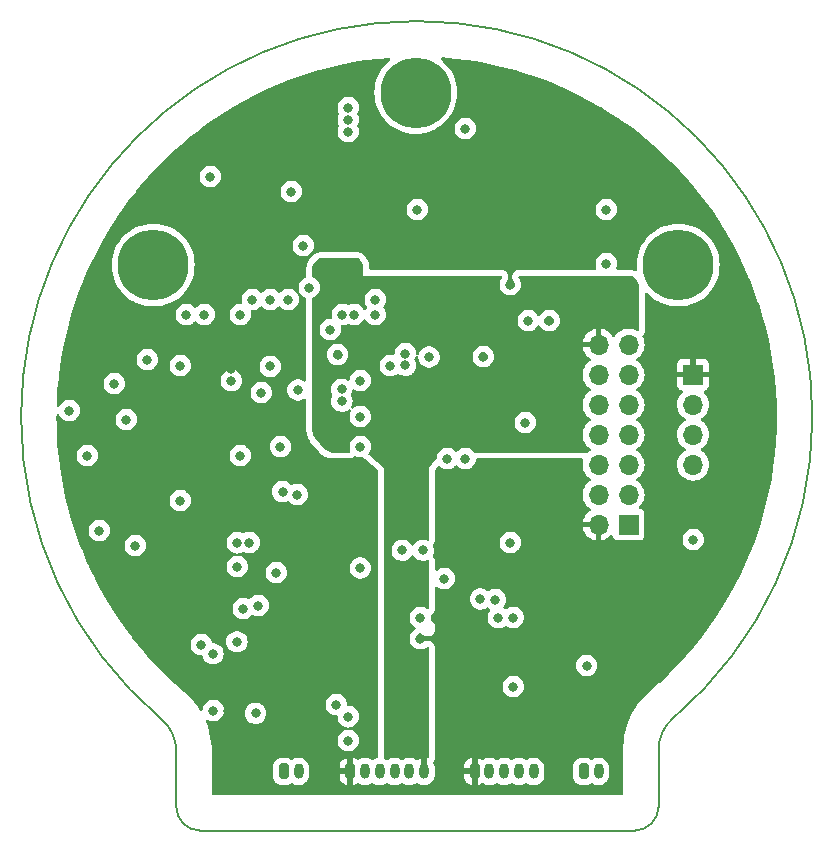
<source format=gbr>
%TF.GenerationSoftware,KiCad,Pcbnew,7.0.1*%
%TF.CreationDate,2023-12-15T16:06:27+03:00*%
%TF.ProjectId,_____ __________,1f3b3042-3020-4433-9f40-30323b353d38,rev?*%
%TF.SameCoordinates,Original*%
%TF.FileFunction,Copper,L4,Inr*%
%TF.FilePolarity,Positive*%
%FSLAX46Y46*%
G04 Gerber Fmt 4.6, Leading zero omitted, Abs format (unit mm)*
G04 Created by KiCad (PCBNEW 7.0.1) date 2023-12-15 16:06:27*
%MOMM*%
%LPD*%
G01*
G04 APERTURE LIST*
G04 Aperture macros list*
%AMRoundRect*
0 Rectangle with rounded corners*
0 $1 Rounding radius*
0 $2 $3 $4 $5 $6 $7 $8 $9 X,Y pos of 4 corners*
0 Add a 4 corners polygon primitive as box body*
4,1,4,$2,$3,$4,$5,$6,$7,$8,$9,$2,$3,0*
0 Add four circle primitives for the rounded corners*
1,1,$1+$1,$2,$3*
1,1,$1+$1,$4,$5*
1,1,$1+$1,$6,$7*
1,1,$1+$1,$8,$9*
0 Add four rect primitives between the rounded corners*
20,1,$1+$1,$2,$3,$4,$5,0*
20,1,$1+$1,$4,$5,$6,$7,0*
20,1,$1+$1,$6,$7,$8,$9,0*
20,1,$1+$1,$8,$9,$2,$3,0*%
G04 Aperture macros list end*
%TA.AperFunction,ComponentPad*%
%ADD10R,1.700000X1.700000*%
%TD*%
%TA.AperFunction,ComponentPad*%
%ADD11O,1.700000X1.700000*%
%TD*%
%TA.AperFunction,ComponentPad*%
%ADD12RoundRect,0.200000X-0.200000X-0.450000X0.200000X-0.450000X0.200000X0.450000X-0.200000X0.450000X0*%
%TD*%
%TA.AperFunction,ComponentPad*%
%ADD13O,0.800000X1.300000*%
%TD*%
%TA.AperFunction,ComponentPad*%
%ADD14C,6.000000*%
%TD*%
%TA.AperFunction,ViaPad*%
%ADD15C,0.800000*%
%TD*%
%TA.AperFunction,Profile*%
%ADD16C,0.200000*%
%TD*%
G04 APERTURE END LIST*
D10*
%TO.N,GND*%
%TO.C,J10*%
X178054000Y-92202000D03*
D11*
%TO.N,SWCLK*%
X178054000Y-94742000D03*
%TO.N,SWDIO*%
X178054000Y-97282000D03*
%TO.N,Net-(D13-A)*%
X178054000Y-99822000D03*
%TD*%
D12*
%TO.N,CAN1L*%
%TO.C,J4*%
X168793000Y-125808000D03*
D13*
%TO.N,CAN1H*%
X170043000Y-125808000D03*
%TD*%
D14*
%TO.N,unconnected-(J3-Pin_1-Pad1)*%
%TO.C,J3*%
X132334000Y-82931000D03*
%TD*%
%TO.N,unconnected-(J1-Pin_1-Pad1)*%
%TO.C,J1*%
X176784000Y-82931000D03*
%TD*%
D12*
%TO.N,GND*%
%TO.C,J9*%
X149021000Y-125808000D03*
D13*
%TO.N,+3.3V*%
X150271000Y-125808000D03*
%TO.N,Digital_input1*%
X151521000Y-125808000D03*
%TO.N,+3.3VA*%
X152771000Y-125808000D03*
%TO.N,Analog_Input1*%
X154021000Y-125808000D03*
%TO.N,GNDA*%
X155271000Y-125808000D03*
%TD*%
D14*
%TO.N,unconnected-(J2-Pin_1-Pad1)*%
%TO.C,J2*%
X154559000Y-68326000D03*
%TD*%
D10*
%TO.N,+3.3V*%
%TO.C,J5*%
X172578000Y-104902000D03*
D11*
%TO.N,GND*%
X170038000Y-104902000D03*
%TO.N,Angle_Sensor_CS_MCU*%
X172578000Y-102362000D03*
%TO.N,Temp_Coil_C_MCU*%
X170038000Y-102362000D03*
%TO.N,Angle_Sensor_SCLK_MCU*%
X172578000Y-99822000D03*
%TO.N,Temp_Coil_B_MCU*%
X170038000Y-99822000D03*
%TO.N,Angle_Sensor_SDIO_MCU*%
X172578000Y-97282000D03*
%TO.N,Temp_Coil_A_MCU*%
X170038000Y-97282000D03*
%TO.N,OUT_MCU*%
X172578000Y-94742000D03*
%TO.N,Current_C_MCU*%
X170038000Y-94742000D03*
%TO.N,Current_B_MCU*%
X172578000Y-92202000D03*
%TO.N,Current_A_MCU*%
X170038000Y-92202000D03*
%TO.N,+3.3VA*%
X172578000Y-89662000D03*
%TO.N,GNDA*%
X170038000Y-89662000D03*
%TD*%
D12*
%TO.N,GND*%
%TO.C,J7*%
X159552000Y-125808000D03*
D13*
%TO.N,RS_485_Y*%
X160802000Y-125808000D03*
%TO.N,RS_485_Z*%
X162052000Y-125808000D03*
%TO.N,RS_485_B*%
X163302000Y-125808000D03*
%TO.N,RS_485_A*%
X164552000Y-125808000D03*
%TD*%
D12*
%TO.N,CAN2L*%
%TO.C,J6*%
X143393000Y-125808000D03*
D13*
%TO.N,CAN2H*%
X144643000Y-125808000D03*
%TD*%
D15*
%TO.N,+3.3V*%
X145542000Y-84836000D03*
%TO.N,GND*%
X149119977Y-109749977D03*
%TO.N,GNDA*%
X154432000Y-116589395D03*
%TO.N,Net-(D4-COM)*%
X153416000Y-107085500D03*
%TO.N,GNDA*%
X155101274Y-109931500D03*
%TO.N,+3.3VA*%
X155181500Y-107085500D03*
%TO.N,GND*%
X138684000Y-120650000D03*
X151130000Y-82804000D03*
X136652000Y-103886000D03*
X148844000Y-118364000D03*
X138938000Y-91694000D03*
X170307000Y-116840000D03*
X125984000Y-100838000D03*
X159766000Y-102108000D03*
X142727561Y-106703516D03*
X148844000Y-81280000D03*
X133858000Y-90170000D03*
X137265023Y-112670977D03*
X143002000Y-87630000D03*
X141732000Y-97028000D03*
X148844000Y-74422000D03*
X165862000Y-87630000D03*
X162560000Y-84582000D03*
X138302647Y-96900646D03*
X142748000Y-81534000D03*
X127254000Y-90932000D03*
X160274000Y-90678000D03*
X132588000Y-98552000D03*
X159004000Y-74422000D03*
X166878000Y-122174000D03*
X147941673Y-90516500D03*
X164338000Y-106426000D03*
X154940000Y-114554000D03*
%TO.N,A*%
X139446000Y-108458000D03*
X156972000Y-109474000D03*
X141224000Y-111760000D03*
%TO.N,B*%
X144526000Y-102362000D03*
X139700000Y-99060000D03*
X157226000Y-99314000D03*
%TO.N,C*%
X137392023Y-115845977D03*
X149860000Y-108585000D03*
X147828000Y-120142000D03*
%TO.N,+24V*%
X170688000Y-82804000D03*
X154940000Y-112776000D03*
X130810000Y-106680000D03*
%TO.N,+12V*%
X141001682Y-120882379D03*
X134620000Y-102870000D03*
X148844000Y-71628000D03*
X148844000Y-70612000D03*
X136398000Y-115062000D03*
X142748000Y-108966000D03*
X158750000Y-71374000D03*
X148844000Y-69596000D03*
X143287454Y-102120500D03*
%TO.N,Net-(D8-K)*%
X137160000Y-75438000D03*
%TO.N,Net-(U7-PC4)*%
X158750000Y-99314000D03*
X163830000Y-96266000D03*
X148286582Y-93466536D03*
%TO.N,Net-(U4-+)*%
X135128000Y-87122000D03*
%TO.N,Enable*%
X138938000Y-92722500D03*
X140462000Y-106426000D03*
X141478000Y-93726000D03*
X139954000Y-112014000D03*
%TO.N,IN_A*%
X139446000Y-106426000D03*
%TO.N,IN_B*%
X143107023Y-98298000D03*
%TO.N,IN_C*%
X139424023Y-114829977D03*
%TO.N,+3.3V*%
X162814000Y-118618000D03*
X154686000Y-78232000D03*
X136652000Y-87122000D03*
X125222000Y-95250000D03*
X144018000Y-76708000D03*
X126746000Y-99060000D03*
X137414000Y-120650000D03*
X169037000Y-116840000D03*
X162560000Y-106426000D03*
X164084000Y-87630000D03*
X139700000Y-87122000D03*
X145034000Y-81280000D03*
X151130000Y-87122000D03*
X178054000Y-106172000D03*
X148844000Y-121158000D03*
X131826000Y-90932000D03*
%TO.N,NRST*%
X155689061Y-90708863D03*
%TO.N,Temp_Coil_C_MCU*%
X147320000Y-88392000D03*
%TO.N,Temp_Coil_B_MCU*%
X148336000Y-87122000D03*
%TO.N,Temp_Coil_A_MCU*%
X149352000Y-87122000D03*
%TO.N,Net-(R16-Pad2)*%
X134620000Y-91440000D03*
X148844000Y-123190000D03*
%TO.N,Current_C_MCU*%
X152400000Y-91440000D03*
%TO.N,Current_B_MCU*%
X153670000Y-91423503D03*
%TO.N,RS_485_RX_MCU*%
X161290000Y-111252000D03*
X162814000Y-112776000D03*
%TO.N,RS_485_Enable_MCU*%
X160032500Y-111207693D03*
X161544000Y-112776000D03*
%TO.N,Current_A_MCU*%
X153670000Y-90424000D03*
%TO.N,Net-(U10-+)*%
X127762000Y-105410000D03*
%TO.N,Net-(D4-COM)*%
X148313669Y-94465669D03*
%TO.N,GNDA*%
X151384000Y-90424000D03*
X149606000Y-82804000D03*
%TO.N,+3.3VA*%
X151130000Y-85852000D03*
%TO.N,Temperature_Power_~{OS}_MCU*%
X143764000Y-85852000D03*
X149860000Y-92710000D03*
%TO.N,Temperature_Power_SCL_MCU*%
X140716000Y-85852000D03*
X149860000Y-95758000D03*
%TO.N,Temperature_Power_SDA_MCU*%
X149860000Y-98298000D03*
X142240000Y-85852000D03*
%TO.N,EEPROM_~{CS_MCU}*%
X142240000Y-91516500D03*
X129032000Y-92964000D03*
%TO.N,EEPROM_MOSI_MCU*%
X144581440Y-93516500D03*
X130048000Y-96012000D03*
%TO.N,Net-(D7-K)*%
X170688000Y-78232000D03*
%TD*%
%TA.AperFunction,Conductor*%
%TO.N,GNDA*%
G36*
X156398820Y-98945715D02*
G01*
X156340326Y-99125742D01*
X156325689Y-99265003D01*
X156299196Y-99329503D01*
X155921131Y-99802085D01*
X155921127Y-99802090D01*
X155702000Y-100076000D01*
X155702000Y-100426781D01*
X155702000Y-100426784D01*
X155702000Y-106140578D01*
X155686973Y-106199746D01*
X155645535Y-106244573D01*
X155587729Y-106264196D01*
X155527564Y-106253857D01*
X155461302Y-106224355D01*
X155276148Y-106185000D01*
X155276146Y-106185000D01*
X155086854Y-106185000D01*
X155086852Y-106185000D01*
X154901697Y-106224355D01*
X154728769Y-106301348D01*
X154575629Y-106412610D01*
X154448966Y-106553283D01*
X154406137Y-106627467D01*
X154360750Y-106672854D01*
X154298750Y-106689467D01*
X154236750Y-106672854D01*
X154191363Y-106627467D01*
X154148533Y-106553283D01*
X154021870Y-106412610D01*
X153868730Y-106301348D01*
X153695802Y-106224355D01*
X153510648Y-106185000D01*
X153510646Y-106185000D01*
X153321354Y-106185000D01*
X153321352Y-106185000D01*
X153136197Y-106224355D01*
X152963269Y-106301348D01*
X152810129Y-106412610D01*
X152683466Y-106553283D01*
X152588820Y-106717215D01*
X152530326Y-106897242D01*
X152510540Y-107085500D01*
X152530326Y-107273757D01*
X152588820Y-107453784D01*
X152683466Y-107617716D01*
X152810129Y-107758389D01*
X152963269Y-107869651D01*
X153136197Y-107946644D01*
X153321352Y-107986000D01*
X153321354Y-107986000D01*
X153510646Y-107986000D01*
X153510648Y-107986000D01*
X153634084Y-107959762D01*
X153695803Y-107946644D01*
X153868730Y-107869651D01*
X154021871Y-107758388D01*
X154148533Y-107617716D01*
X154191363Y-107543531D01*
X154236750Y-107498145D01*
X154298750Y-107481532D01*
X154360750Y-107498145D01*
X154406138Y-107543533D01*
X154448967Y-107617717D01*
X154575629Y-107758389D01*
X154728769Y-107869651D01*
X154901697Y-107946644D01*
X155086852Y-107986000D01*
X155086854Y-107986000D01*
X155276146Y-107986000D01*
X155276148Y-107986000D01*
X155399584Y-107959762D01*
X155461303Y-107946644D01*
X155506711Y-107926427D01*
X155527564Y-107917143D01*
X155587729Y-107906804D01*
X155645535Y-107926427D01*
X155686973Y-107971254D01*
X155702000Y-108030422D01*
X155702000Y-111973182D01*
X155683727Y-112037972D01*
X155634295Y-112083667D01*
X155568271Y-112096800D01*
X155505115Y-112073500D01*
X155392730Y-111991848D01*
X155219802Y-111914855D01*
X155034648Y-111875500D01*
X155034646Y-111875500D01*
X154845354Y-111875500D01*
X154845352Y-111875500D01*
X154660197Y-111914855D01*
X154487269Y-111991848D01*
X154334129Y-112103110D01*
X154207466Y-112243783D01*
X154112820Y-112407715D01*
X154054326Y-112587742D01*
X154034540Y-112776000D01*
X154054326Y-112964257D01*
X154112820Y-113144284D01*
X154207466Y-113308216D01*
X154334127Y-113448887D01*
X154493505Y-113564682D01*
X154531104Y-113608705D01*
X154544619Y-113665000D01*
X154531104Y-113721295D01*
X154493505Y-113765318D01*
X154334127Y-113881112D01*
X154207466Y-114021783D01*
X154112820Y-114185715D01*
X154054326Y-114365742D01*
X154034540Y-114554000D01*
X154054326Y-114742257D01*
X154112820Y-114922284D01*
X154207466Y-115086216D01*
X154334129Y-115226889D01*
X154487269Y-115338151D01*
X154660197Y-115415144D01*
X154845352Y-115454500D01*
X154845354Y-115454500D01*
X155034646Y-115454500D01*
X155034648Y-115454500D01*
X155158083Y-115428262D01*
X155219803Y-115415144D01*
X155392730Y-115338151D01*
X155392729Y-115338151D01*
X155505115Y-115256500D01*
X155568271Y-115233200D01*
X155634295Y-115246333D01*
X155683727Y-115292028D01*
X155702000Y-115356818D01*
X155702000Y-124576379D01*
X155689920Y-124629763D01*
X155656035Y-124672746D01*
X155606946Y-124696953D01*
X155552217Y-124697669D01*
X155520999Y-124691032D01*
X155521000Y-124691033D01*
X155521000Y-125934000D01*
X155504387Y-125996000D01*
X155459000Y-126041387D01*
X155397000Y-126058000D01*
X155145000Y-126058000D01*
X155083000Y-126041387D01*
X155037613Y-125996000D01*
X155021000Y-125934000D01*
X155021000Y-124691032D01*
X154991353Y-124697335D01*
X154818518Y-124774285D01*
X154719310Y-124846364D01*
X154672206Y-124867336D01*
X154620644Y-124867336D01*
X154573540Y-124846364D01*
X154473730Y-124773848D01*
X154300802Y-124696855D01*
X154115648Y-124657500D01*
X154115646Y-124657500D01*
X153926354Y-124657500D01*
X153926352Y-124657500D01*
X153741197Y-124696855D01*
X153568272Y-124773846D01*
X153468884Y-124846056D01*
X153421779Y-124867027D01*
X153370218Y-124867027D01*
X153323113Y-124846055D01*
X153223727Y-124773847D01*
X153050802Y-124696855D01*
X152865648Y-124657500D01*
X152865646Y-124657500D01*
X152676354Y-124657500D01*
X152676352Y-124657500D01*
X152491197Y-124696855D01*
X152318272Y-124773846D01*
X152218884Y-124846056D01*
X152171779Y-124867027D01*
X152120218Y-124867027D01*
X152073113Y-124846055D01*
X151973728Y-124773847D01*
X151965563Y-124770212D01*
X151926801Y-124743070D01*
X151901029Y-124703384D01*
X151892000Y-124656933D01*
X151892000Y-100544373D01*
X151892000Y-100076000D01*
X150586562Y-98988135D01*
X150578729Y-98980157D01*
X150560784Y-98930224D01*
X150565354Y-98877361D01*
X150591600Y-98831251D01*
X150592533Y-98830216D01*
X150606514Y-98806000D01*
X156479484Y-98806000D01*
X156398820Y-98945715D01*
G37*
%TD.AperFunction*%
%TD*%
%TA.AperFunction,Conductor*%
%TO.N,GNDA*%
G36*
X149358922Y-82296780D02*
G01*
X149374503Y-82298535D01*
X149507682Y-82313541D01*
X149534743Y-82319717D01*
X149669433Y-82366848D01*
X149694443Y-82378891D01*
X149815271Y-82454812D01*
X149836980Y-82472125D01*
X149937874Y-82573019D01*
X149955187Y-82594728D01*
X150031106Y-82715553D01*
X150043153Y-82740570D01*
X150090280Y-82875250D01*
X150096459Y-82902321D01*
X150114000Y-83058000D01*
X150114000Y-83820000D01*
X161755857Y-83820000D01*
X161810992Y-83832932D01*
X161854627Y-83869030D01*
X161877661Y-83920765D01*
X161875289Y-83977347D01*
X161848006Y-84026973D01*
X161827466Y-84049784D01*
X161732820Y-84213715D01*
X161674326Y-84393742D01*
X161654540Y-84581999D01*
X161674326Y-84770257D01*
X161732820Y-84950284D01*
X161827466Y-85114216D01*
X161954129Y-85254889D01*
X162107269Y-85366151D01*
X162280197Y-85443144D01*
X162465352Y-85482500D01*
X162465354Y-85482500D01*
X162654646Y-85482500D01*
X162654648Y-85482500D01*
X162778083Y-85456262D01*
X162839803Y-85443144D01*
X163012730Y-85366151D01*
X163076550Y-85319783D01*
X163165870Y-85254889D01*
X163292533Y-85114216D01*
X163387179Y-84950284D01*
X163431480Y-84813939D01*
X163445674Y-84770256D01*
X163465460Y-84582000D01*
X163445674Y-84393744D01*
X163407157Y-84275201D01*
X163387179Y-84213715D01*
X163292533Y-84049784D01*
X163271994Y-84026973D01*
X163244711Y-83977347D01*
X163242339Y-83920765D01*
X163265373Y-83869030D01*
X163309008Y-83832932D01*
X163364143Y-83820000D01*
X172475907Y-83820000D01*
X172488061Y-83820597D01*
X172664941Y-83838018D01*
X172688769Y-83842757D01*
X172853001Y-83892576D01*
X172875453Y-83901877D01*
X173026798Y-83982772D01*
X173047010Y-83996277D01*
X173179666Y-84105145D01*
X173196854Y-84122333D01*
X173305722Y-84254989D01*
X173319227Y-84275201D01*
X173400121Y-84426543D01*
X173409424Y-84449001D01*
X173459240Y-84613224D01*
X173463982Y-84637065D01*
X173481403Y-84813939D01*
X173482000Y-84826093D01*
X173482000Y-88408129D01*
X173464009Y-88472457D01*
X173415257Y-88518118D01*
X173349891Y-88531864D01*
X173286877Y-88509704D01*
X173255831Y-88487965D01*
X173148746Y-88438031D01*
X173041663Y-88388097D01*
X172980502Y-88371709D01*
X172813407Y-88326936D01*
X172577999Y-88306340D01*
X172342592Y-88326936D01*
X172114336Y-88388097D01*
X171900170Y-88487965D01*
X171706598Y-88623505D01*
X171539508Y-88790595D01*
X171409269Y-88976596D01*
X171364951Y-89015461D01*
X171307694Y-89029472D01*
X171250437Y-89015461D01*
X171206119Y-88976595D01*
X171076109Y-88790921D01*
X170909081Y-88623893D01*
X170715576Y-88488399D01*
X170501492Y-88388569D01*
X170288000Y-88331364D01*
X170288000Y-89788000D01*
X170271387Y-89850000D01*
X170226000Y-89895387D01*
X170164000Y-89912000D01*
X168707364Y-89912000D01*
X168764569Y-90125492D01*
X168864399Y-90339576D01*
X168999893Y-90533081D01*
X169166918Y-90700106D01*
X169352595Y-90830119D01*
X169391460Y-90874437D01*
X169405471Y-90931694D01*
X169391460Y-90988951D01*
X169352595Y-91033269D01*
X169166595Y-91163508D01*
X168999505Y-91330598D01*
X168863965Y-91524170D01*
X168764097Y-91738336D01*
X168702936Y-91966592D01*
X168682340Y-92202000D01*
X168702936Y-92437407D01*
X168725534Y-92521742D01*
X168764097Y-92665663D01*
X168863965Y-92879830D01*
X168999505Y-93073401D01*
X169166599Y-93240495D01*
X169352160Y-93370426D01*
X169391024Y-93414743D01*
X169405035Y-93472000D01*
X169391024Y-93529257D01*
X169352158Y-93573575D01*
X169299425Y-93610500D01*
X169166595Y-93703508D01*
X168999505Y-93870598D01*
X168863965Y-94064170D01*
X168764097Y-94278336D01*
X168702936Y-94506592D01*
X168682340Y-94741999D01*
X168702936Y-94977407D01*
X168717454Y-95031587D01*
X168764097Y-95205663D01*
X168863965Y-95419830D01*
X168999505Y-95613401D01*
X169166599Y-95780495D01*
X169352160Y-95910426D01*
X169391024Y-95954743D01*
X169405035Y-96012000D01*
X169391024Y-96069257D01*
X169352159Y-96113575D01*
X169166595Y-96243508D01*
X168999505Y-96410598D01*
X168863965Y-96604170D01*
X168764097Y-96818336D01*
X168702936Y-97046592D01*
X168682340Y-97281999D01*
X168702936Y-97517407D01*
X168703922Y-97521085D01*
X168764097Y-97745663D01*
X168863965Y-97959830D01*
X168999505Y-98153401D01*
X169166599Y-98320495D01*
X169352160Y-98450426D01*
X169391024Y-98494743D01*
X169405035Y-98552000D01*
X169391024Y-98609257D01*
X169352160Y-98653574D01*
X169166599Y-98783505D01*
X169166596Y-98783507D01*
X169166500Y-98783575D01*
X169132664Y-98800261D01*
X169095376Y-98806000D01*
X159559546Y-98806000D01*
X159509111Y-98795280D01*
X159467396Y-98764972D01*
X159355870Y-98641110D01*
X159202730Y-98529848D01*
X159029802Y-98452855D01*
X158844648Y-98413500D01*
X158844646Y-98413500D01*
X158655354Y-98413500D01*
X158655352Y-98413500D01*
X158470197Y-98452855D01*
X158297269Y-98529848D01*
X158144129Y-98641110D01*
X158080150Y-98712167D01*
X158022179Y-98748391D01*
X157953821Y-98748391D01*
X157895850Y-98712167D01*
X157831870Y-98641110D01*
X157678730Y-98529848D01*
X157505802Y-98452855D01*
X157320648Y-98413500D01*
X157320646Y-98413500D01*
X157131354Y-98413500D01*
X157131352Y-98413500D01*
X156946197Y-98452855D01*
X156773269Y-98529848D01*
X156620129Y-98641110D01*
X156493465Y-98781785D01*
X156479485Y-98806000D01*
X150606514Y-98806000D01*
X150687179Y-98666284D01*
X150745674Y-98486256D01*
X150765460Y-98298000D01*
X150745674Y-98109744D01*
X150687179Y-97929716D01*
X150687179Y-97929715D01*
X150592533Y-97765783D01*
X150465870Y-97625110D01*
X150312730Y-97513848D01*
X150139802Y-97436855D01*
X149954648Y-97397500D01*
X149954646Y-97397500D01*
X149765354Y-97397500D01*
X149765352Y-97397500D01*
X149580197Y-97436855D01*
X149407269Y-97513848D01*
X149254129Y-97625110D01*
X149127466Y-97765783D01*
X149032820Y-97929715D01*
X148974326Y-98109742D01*
X148954540Y-98298000D01*
X148974326Y-98486257D01*
X149025477Y-98643682D01*
X149030019Y-98701398D01*
X149007864Y-98754885D01*
X148963841Y-98792485D01*
X148907546Y-98806000D01*
X147541169Y-98806000D01*
X147527617Y-98805257D01*
X147330657Y-98783601D01*
X147304201Y-98777712D01*
X147123126Y-98715988D01*
X147098581Y-98704492D01*
X146935234Y-98604896D01*
X146913774Y-98588342D01*
X146771049Y-98450898D01*
X146761803Y-98440963D01*
X146661411Y-98320493D01*
X146485786Y-98109742D01*
X146032383Y-97565658D01*
X146023850Y-97554121D01*
X145909246Y-97378798D01*
X145896444Y-97353165D01*
X145827603Y-97163022D01*
X145821029Y-97135143D01*
X145796830Y-96927086D01*
X145796000Y-96912760D01*
X145796000Y-93466536D01*
X147381122Y-93466536D01*
X147400908Y-93654793D01*
X147459402Y-93834820D01*
X147512946Y-93927560D01*
X147529559Y-93989559D01*
X147512947Y-94051559D01*
X147486489Y-94097385D01*
X147427995Y-94277411D01*
X147408209Y-94465669D01*
X147427995Y-94653926D01*
X147486489Y-94833953D01*
X147581135Y-94997885D01*
X147707798Y-95138558D01*
X147860938Y-95249820D01*
X148033866Y-95326813D01*
X148219021Y-95366169D01*
X148219023Y-95366169D01*
X148408315Y-95366169D01*
X148408317Y-95366169D01*
X148531753Y-95339931D01*
X148593472Y-95326813D01*
X148662862Y-95295917D01*
X148766396Y-95249822D01*
X148766399Y-95249820D01*
X148892498Y-95158203D01*
X148955004Y-95134958D01*
X149020515Y-95147454D01*
X149070077Y-95192080D01*
X149089354Y-95255925D01*
X149072769Y-95320522D01*
X149032820Y-95389716D01*
X148974326Y-95569742D01*
X148954540Y-95758000D01*
X148974326Y-95946257D01*
X149032820Y-96126284D01*
X149127466Y-96290216D01*
X149254129Y-96430889D01*
X149407269Y-96542151D01*
X149580197Y-96619144D01*
X149765352Y-96658500D01*
X149765354Y-96658500D01*
X149954646Y-96658500D01*
X149954648Y-96658500D01*
X150078083Y-96632262D01*
X150139803Y-96619144D01*
X150312730Y-96542151D01*
X150465871Y-96430888D01*
X150592533Y-96290216D01*
X150606515Y-96265999D01*
X162924540Y-96265999D01*
X162944326Y-96454257D01*
X163002820Y-96634284D01*
X163097466Y-96798216D01*
X163224129Y-96938889D01*
X163377269Y-97050151D01*
X163550197Y-97127144D01*
X163735352Y-97166500D01*
X163735354Y-97166500D01*
X163924646Y-97166500D01*
X163924648Y-97166500D01*
X164072170Y-97135143D01*
X164109803Y-97127144D01*
X164282730Y-97050151D01*
X164435871Y-96938888D01*
X164562533Y-96798216D01*
X164657179Y-96634284D01*
X164715674Y-96454256D01*
X164735460Y-96266000D01*
X164715674Y-96077744D01*
X164663131Y-95916035D01*
X164657179Y-95897715D01*
X164562533Y-95733783D01*
X164435870Y-95593110D01*
X164282730Y-95481848D01*
X164109802Y-95404855D01*
X163924648Y-95365500D01*
X163924646Y-95365500D01*
X163735354Y-95365500D01*
X163735352Y-95365500D01*
X163550197Y-95404855D01*
X163377269Y-95481848D01*
X163224129Y-95593110D01*
X163097466Y-95733783D01*
X163002820Y-95897715D01*
X162944326Y-96077742D01*
X162924540Y-96265999D01*
X150606515Y-96265999D01*
X150687179Y-96126284D01*
X150745674Y-95946256D01*
X150765460Y-95758000D01*
X150745674Y-95569744D01*
X150696963Y-95419827D01*
X150687179Y-95389715D01*
X150592533Y-95225783D01*
X150465870Y-95085110D01*
X150312730Y-94973848D01*
X150139802Y-94896855D01*
X149954648Y-94857500D01*
X149954646Y-94857500D01*
X149765354Y-94857500D01*
X149765352Y-94857500D01*
X149580197Y-94896855D01*
X149407269Y-94973848D01*
X149281172Y-95065463D01*
X149218663Y-95088710D01*
X149153152Y-95076213D01*
X149103590Y-95031587D01*
X149084314Y-94967741D01*
X149100900Y-94903145D01*
X149140848Y-94833953D01*
X149140848Y-94833952D01*
X149199343Y-94653925D01*
X149219129Y-94465669D01*
X149199343Y-94277413D01*
X149140848Y-94097385D01*
X149140848Y-94097384D01*
X149087304Y-94004644D01*
X149070691Y-93942644D01*
X149087303Y-93880645D01*
X149113761Y-93834820D01*
X149172256Y-93654792D01*
X149182165Y-93560508D01*
X149205167Y-93500588D01*
X149255049Y-93460194D01*
X149318446Y-93450152D01*
X149378370Y-93473155D01*
X149407269Y-93494151D01*
X149580197Y-93571144D01*
X149765352Y-93610500D01*
X149765354Y-93610500D01*
X149954646Y-93610500D01*
X149954648Y-93610500D01*
X150078083Y-93584262D01*
X150139803Y-93571144D01*
X150312730Y-93494151D01*
X150465871Y-93382888D01*
X150592533Y-93242216D01*
X150687179Y-93078284D01*
X150745674Y-92898256D01*
X150765460Y-92710000D01*
X150745674Y-92521744D01*
X150687179Y-92341716D01*
X150687179Y-92341715D01*
X150592533Y-92177783D01*
X150465870Y-92037110D01*
X150312730Y-91925848D01*
X150139802Y-91848855D01*
X149954648Y-91809500D01*
X149954646Y-91809500D01*
X149765354Y-91809500D01*
X149765352Y-91809500D01*
X149580197Y-91848855D01*
X149407269Y-91925848D01*
X149254129Y-92037110D01*
X149127466Y-92177783D01*
X149032820Y-92341715D01*
X148974326Y-92521742D01*
X148964417Y-92616024D01*
X148941414Y-92675948D01*
X148891531Y-92716342D01*
X148828135Y-92726383D01*
X148768211Y-92703380D01*
X148739312Y-92682384D01*
X148566384Y-92605391D01*
X148381230Y-92566036D01*
X148381228Y-92566036D01*
X148191936Y-92566036D01*
X148191934Y-92566036D01*
X148006779Y-92605391D01*
X147833851Y-92682384D01*
X147680711Y-92793646D01*
X147554048Y-92934319D01*
X147459402Y-93098251D01*
X147400908Y-93278278D01*
X147381122Y-93466536D01*
X145796000Y-93466536D01*
X145796000Y-91439999D01*
X151494540Y-91439999D01*
X151514326Y-91628257D01*
X151572820Y-91808284D01*
X151667466Y-91972216D01*
X151794129Y-92112889D01*
X151947269Y-92224151D01*
X152120197Y-92301144D01*
X152305352Y-92340500D01*
X152305354Y-92340500D01*
X152494646Y-92340500D01*
X152494648Y-92340500D01*
X152618084Y-92314262D01*
X152679803Y-92301144D01*
X152749193Y-92270248D01*
X152852727Y-92224153D01*
X152883218Y-92202000D01*
X152973471Y-92136427D01*
X153020570Y-92115458D01*
X153072133Y-92115458D01*
X153119237Y-92136430D01*
X153217269Y-92207654D01*
X153390197Y-92284647D01*
X153575352Y-92324003D01*
X153575354Y-92324003D01*
X153764646Y-92324003D01*
X153764648Y-92324003D01*
X153888083Y-92297765D01*
X153949803Y-92284647D01*
X154122730Y-92207654D01*
X154220762Y-92136430D01*
X154275870Y-92096392D01*
X154297574Y-92072288D01*
X154402533Y-91955719D01*
X154497179Y-91791787D01*
X154555674Y-91611759D01*
X154575460Y-91423503D01*
X154555674Y-91235247D01*
X154504304Y-91077147D01*
X154497180Y-91055221D01*
X154492020Y-91046284D01*
X154457069Y-90985747D01*
X154440458Y-90923751D01*
X154457071Y-90861752D01*
X154497179Y-90792284D01*
X154543021Y-90651197D01*
X154574813Y-90600319D01*
X154626771Y-90570321D01*
X154686731Y-90568226D01*
X154740655Y-90594526D01*
X154775921Y-90643064D01*
X154784272Y-90702476D01*
X154784033Y-90704757D01*
X154783601Y-90708863D01*
X154792369Y-90792284D01*
X154803387Y-90897120D01*
X154861881Y-91077147D01*
X154956527Y-91241079D01*
X155083190Y-91381752D01*
X155236330Y-91493014D01*
X155409258Y-91570007D01*
X155594413Y-91609363D01*
X155594415Y-91609363D01*
X155783707Y-91609363D01*
X155783709Y-91609363D01*
X155928907Y-91578500D01*
X155968864Y-91570007D01*
X156141791Y-91493014D01*
X156141791Y-91493013D01*
X156294931Y-91381752D01*
X156421594Y-91241079D01*
X156516240Y-91077147D01*
X156544797Y-90989257D01*
X156574735Y-90897119D01*
X156594521Y-90708863D01*
X156591277Y-90678000D01*
X159368540Y-90678000D01*
X159388326Y-90866257D01*
X159446820Y-91046284D01*
X159541466Y-91210216D01*
X159668129Y-91350889D01*
X159821269Y-91462151D01*
X159994197Y-91539144D01*
X160179352Y-91578500D01*
X160179354Y-91578500D01*
X160368646Y-91578500D01*
X160368648Y-91578500D01*
X160492084Y-91552262D01*
X160553803Y-91539144D01*
X160726730Y-91462151D01*
X160837392Y-91381751D01*
X160879870Y-91350889D01*
X161006533Y-91210216D01*
X161101179Y-91046284D01*
X161138312Y-90932000D01*
X161159674Y-90866256D01*
X161179460Y-90678000D01*
X161159674Y-90489744D01*
X161129332Y-90396363D01*
X161101179Y-90309715D01*
X161006533Y-90145783D01*
X160879870Y-90005110D01*
X160726730Y-89893848D01*
X160553802Y-89816855D01*
X160368648Y-89777500D01*
X160368646Y-89777500D01*
X160179354Y-89777500D01*
X160179352Y-89777500D01*
X159994197Y-89816855D01*
X159821269Y-89893848D01*
X159668129Y-90005110D01*
X159541466Y-90145783D01*
X159446820Y-90309715D01*
X159388326Y-90489742D01*
X159368540Y-90678000D01*
X156591277Y-90678000D01*
X156574735Y-90520607D01*
X156543345Y-90423999D01*
X156516240Y-90340578D01*
X156421594Y-90176646D01*
X156294931Y-90035973D01*
X156141791Y-89924711D01*
X155968863Y-89847718D01*
X155783709Y-89808363D01*
X155783707Y-89808363D01*
X155594415Y-89808363D01*
X155594413Y-89808363D01*
X155409258Y-89847718D01*
X155236330Y-89924711D01*
X155083190Y-90035973D01*
X154956527Y-90176646D01*
X154861882Y-90340577D01*
X154816040Y-90481664D01*
X154784246Y-90532544D01*
X154732286Y-90562542D01*
X154672325Y-90564635D01*
X154618401Y-90538332D01*
X154583137Y-90489792D01*
X154574789Y-90430381D01*
X154575460Y-90424000D01*
X154555674Y-90235744D01*
X154497179Y-90055716D01*
X154497179Y-90055715D01*
X154402533Y-89891783D01*
X154275870Y-89751110D01*
X154122730Y-89639848D01*
X153949802Y-89562855D01*
X153764648Y-89523500D01*
X153764646Y-89523500D01*
X153575354Y-89523500D01*
X153575352Y-89523500D01*
X153390197Y-89562855D01*
X153217269Y-89639848D01*
X153064129Y-89751110D01*
X152937466Y-89891783D01*
X152842820Y-90055715D01*
X152784326Y-90235742D01*
X152764540Y-90424000D01*
X152765284Y-90431084D01*
X152757726Y-90488482D01*
X152724934Y-90536193D01*
X152674056Y-90563817D01*
X152616183Y-90565332D01*
X152494649Y-90539500D01*
X152494646Y-90539500D01*
X152305354Y-90539500D01*
X152305352Y-90539500D01*
X152120197Y-90578855D01*
X151947269Y-90655848D01*
X151794129Y-90767110D01*
X151667466Y-90907783D01*
X151572820Y-91071715D01*
X151514326Y-91251742D01*
X151494540Y-91439999D01*
X145796000Y-91439999D01*
X145796000Y-90516500D01*
X147036213Y-90516500D01*
X147055999Y-90704757D01*
X147114493Y-90884784D01*
X147209139Y-91048716D01*
X147335802Y-91189389D01*
X147488942Y-91300651D01*
X147661870Y-91377644D01*
X147847025Y-91417000D01*
X147847027Y-91417000D01*
X148036319Y-91417000D01*
X148036321Y-91417000D01*
X148202149Y-91381752D01*
X148221476Y-91377644D01*
X148394403Y-91300651D01*
X148547544Y-91189388D01*
X148674206Y-91048716D01*
X148768852Y-90884784D01*
X148827347Y-90704756D01*
X148847133Y-90516500D01*
X148827347Y-90328244D01*
X148768852Y-90148216D01*
X148768852Y-90148215D01*
X148674206Y-89984283D01*
X148547543Y-89843610D01*
X148394403Y-89732348D01*
X148221475Y-89655355D01*
X148036321Y-89616000D01*
X148036319Y-89616000D01*
X147847027Y-89616000D01*
X147847025Y-89616000D01*
X147661870Y-89655355D01*
X147488942Y-89732348D01*
X147335802Y-89843610D01*
X147209139Y-89984283D01*
X147114493Y-90148215D01*
X147055999Y-90328242D01*
X147036213Y-90516500D01*
X145796000Y-90516500D01*
X145796000Y-89412000D01*
X168707364Y-89412000D01*
X169788000Y-89412000D01*
X169788000Y-88331364D01*
X169787999Y-88331364D01*
X169574507Y-88388569D01*
X169360421Y-88488400D01*
X169166921Y-88623890D01*
X168999890Y-88790921D01*
X168864400Y-88984421D01*
X168764569Y-89198507D01*
X168707364Y-89411999D01*
X168707364Y-89412000D01*
X145796000Y-89412000D01*
X145796000Y-88391999D01*
X146414540Y-88391999D01*
X146434326Y-88580257D01*
X146492820Y-88760284D01*
X146587466Y-88924216D01*
X146714129Y-89064889D01*
X146867269Y-89176151D01*
X147040197Y-89253144D01*
X147225352Y-89292500D01*
X147225354Y-89292500D01*
X147414646Y-89292500D01*
X147414648Y-89292500D01*
X147538084Y-89266262D01*
X147599803Y-89253144D01*
X147772730Y-89176151D01*
X147925871Y-89064888D01*
X148052533Y-88924216D01*
X148147179Y-88760284D01*
X148205674Y-88580256D01*
X148225460Y-88392000D01*
X148205674Y-88203744D01*
X148199523Y-88184815D01*
X148194982Y-88127103D01*
X148217137Y-88073615D01*
X148261160Y-88036015D01*
X148317455Y-88022500D01*
X148430648Y-88022500D01*
X148554084Y-87996262D01*
X148615803Y-87983144D01*
X148727755Y-87933298D01*
X148793564Y-87903999D01*
X148844000Y-87893278D01*
X148894436Y-87903999D01*
X149072197Y-87983144D01*
X149257352Y-88022500D01*
X149257354Y-88022500D01*
X149446646Y-88022500D01*
X149446648Y-88022500D01*
X149570084Y-87996262D01*
X149631803Y-87983144D01*
X149804730Y-87906151D01*
X149957871Y-87794888D01*
X150084533Y-87654216D01*
X150133612Y-87569207D01*
X150179000Y-87523820D01*
X150241000Y-87507207D01*
X150303000Y-87523820D01*
X150348387Y-87569207D01*
X150397466Y-87654216D01*
X150524129Y-87794889D01*
X150677269Y-87906151D01*
X150850197Y-87983144D01*
X151035352Y-88022500D01*
X151035354Y-88022500D01*
X151224646Y-88022500D01*
X151224648Y-88022500D01*
X151348084Y-87996262D01*
X151409803Y-87983144D01*
X151582730Y-87906151D01*
X151735871Y-87794888D01*
X151862533Y-87654216D01*
X151876514Y-87630000D01*
X163178540Y-87630000D01*
X163198326Y-87818257D01*
X163256820Y-87998284D01*
X163351466Y-88162216D01*
X163478129Y-88302889D01*
X163631269Y-88414151D01*
X163804197Y-88491144D01*
X163989352Y-88530500D01*
X163989354Y-88530500D01*
X164178646Y-88530500D01*
X164178648Y-88530500D01*
X164302083Y-88504262D01*
X164363803Y-88491144D01*
X164536730Y-88414151D01*
X164650677Y-88331364D01*
X164689870Y-88302889D01*
X164816533Y-88162216D01*
X164865613Y-88077207D01*
X164911000Y-88031820D01*
X164973000Y-88015207D01*
X165035000Y-88031820D01*
X165080387Y-88077207D01*
X165129466Y-88162216D01*
X165256129Y-88302889D01*
X165409269Y-88414151D01*
X165582197Y-88491144D01*
X165767352Y-88530500D01*
X165767354Y-88530500D01*
X165956646Y-88530500D01*
X165956648Y-88530500D01*
X166080083Y-88504262D01*
X166141803Y-88491144D01*
X166314730Y-88414151D01*
X166428677Y-88331364D01*
X166467870Y-88302889D01*
X166594533Y-88162216D01*
X166689179Y-87998284D01*
X166719814Y-87903999D01*
X166747674Y-87818256D01*
X166767460Y-87630000D01*
X166747674Y-87441744D01*
X166704951Y-87310256D01*
X166689179Y-87261715D01*
X166594533Y-87097783D01*
X166467870Y-86957110D01*
X166314730Y-86845848D01*
X166141802Y-86768855D01*
X165956648Y-86729500D01*
X165956646Y-86729500D01*
X165767354Y-86729500D01*
X165767352Y-86729500D01*
X165582197Y-86768855D01*
X165409269Y-86845848D01*
X165256129Y-86957110D01*
X165129466Y-87097784D01*
X165080387Y-87182792D01*
X165035000Y-87228179D01*
X164973000Y-87244792D01*
X164911000Y-87228179D01*
X164865613Y-87182792D01*
X164816533Y-87097784D01*
X164689870Y-86957110D01*
X164536730Y-86845848D01*
X164363802Y-86768855D01*
X164178648Y-86729500D01*
X164178646Y-86729500D01*
X163989354Y-86729500D01*
X163989352Y-86729500D01*
X163804197Y-86768855D01*
X163631269Y-86845848D01*
X163478129Y-86957110D01*
X163351466Y-87097783D01*
X163256820Y-87261715D01*
X163198326Y-87441742D01*
X163178540Y-87630000D01*
X151876514Y-87630000D01*
X151957179Y-87490284D01*
X152015674Y-87310256D01*
X152035460Y-87122000D01*
X152015674Y-86933744D01*
X151985332Y-86840363D01*
X151957179Y-86753715D01*
X151862533Y-86589783D01*
X151844694Y-86569971D01*
X151816527Y-86516997D01*
X151816528Y-86457000D01*
X151844694Y-86404027D01*
X151862533Y-86384216D01*
X151957179Y-86220284D01*
X152015674Y-86040256D01*
X152035460Y-85852000D01*
X152015674Y-85663744D01*
X151957179Y-85483716D01*
X151957179Y-85483715D01*
X151862533Y-85319783D01*
X151735870Y-85179110D01*
X151582730Y-85067848D01*
X151409802Y-84990855D01*
X151224648Y-84951500D01*
X151224646Y-84951500D01*
X151035354Y-84951500D01*
X151035352Y-84951500D01*
X150850197Y-84990855D01*
X150677269Y-85067848D01*
X150524129Y-85179110D01*
X150397466Y-85319783D01*
X150302820Y-85483715D01*
X150244326Y-85663742D01*
X150224540Y-85852000D01*
X150244326Y-86040257D01*
X150302820Y-86220284D01*
X150397466Y-86384216D01*
X150415305Y-86404028D01*
X150443472Y-86457002D01*
X150443472Y-86516998D01*
X150415305Y-86569972D01*
X150397466Y-86589783D01*
X150348387Y-86674792D01*
X150303000Y-86720179D01*
X150241000Y-86736792D01*
X150179000Y-86720179D01*
X150133613Y-86674792D01*
X150084533Y-86589784D01*
X149957870Y-86449110D01*
X149804730Y-86337848D01*
X149631802Y-86260855D01*
X149446648Y-86221500D01*
X149446646Y-86221500D01*
X149257354Y-86221500D01*
X149257352Y-86221500D01*
X149072201Y-86260854D01*
X148894436Y-86340001D01*
X148844000Y-86350721D01*
X148793564Y-86340001D01*
X148624531Y-86264742D01*
X148615803Y-86260856D01*
X148615802Y-86260855D01*
X148615798Y-86260854D01*
X148430648Y-86221500D01*
X148430646Y-86221500D01*
X148241354Y-86221500D01*
X148241352Y-86221500D01*
X148056197Y-86260855D01*
X147883269Y-86337848D01*
X147730129Y-86449110D01*
X147603466Y-86589783D01*
X147508820Y-86753715D01*
X147450326Y-86933742D01*
X147450325Y-86933744D01*
X147450326Y-86933744D01*
X147430540Y-87122000D01*
X147450326Y-87310256D01*
X147456476Y-87329184D01*
X147461018Y-87386897D01*
X147438863Y-87440385D01*
X147394840Y-87477985D01*
X147338545Y-87491500D01*
X147225352Y-87491500D01*
X147040197Y-87530855D01*
X146867269Y-87607848D01*
X146714129Y-87719110D01*
X146587466Y-87859783D01*
X146492820Y-88023715D01*
X146434326Y-88203742D01*
X146414540Y-88391999D01*
X145796000Y-88391999D01*
X145796000Y-85789158D01*
X145805029Y-85742707D01*
X145830802Y-85703020D01*
X145869562Y-85675879D01*
X145994730Y-85620151D01*
X145994730Y-85620150D01*
X145994732Y-85620150D01*
X146147870Y-85508889D01*
X146274533Y-85368216D01*
X146369179Y-85204284D01*
X146377358Y-85179112D01*
X146427674Y-85024256D01*
X146447460Y-84836000D01*
X146427674Y-84647744D01*
X146369179Y-84467716D01*
X146369179Y-84467715D01*
X146274533Y-84303783D01*
X146147870Y-84163110D01*
X145994732Y-84051849D01*
X145925872Y-84021191D01*
X145869562Y-83996120D01*
X145830802Y-83968980D01*
X145805029Y-83929293D01*
X145796000Y-83882842D01*
X145796000Y-83302093D01*
X145796597Y-83289939D01*
X145802741Y-83227560D01*
X145814018Y-83113056D01*
X145818757Y-83089232D01*
X145868577Y-82924994D01*
X145877875Y-82902549D01*
X145958775Y-82751195D01*
X145972272Y-82730995D01*
X146081149Y-82598328D01*
X146098328Y-82581149D01*
X146230995Y-82472272D01*
X146251195Y-82458775D01*
X146402549Y-82377875D01*
X146424994Y-82368577D01*
X146589232Y-82318757D01*
X146613056Y-82314018D01*
X146789938Y-82296597D01*
X146802093Y-82296000D01*
X149345039Y-82296000D01*
X149358922Y-82296780D01*
G37*
%TD.AperFunction*%
%TD*%
%TA.AperFunction,Conductor*%
%TO.N,GND*%
G36*
X160328261Y-90285708D02*
G01*
X160383990Y-90297553D01*
X160408630Y-90305559D01*
X160460681Y-90328734D01*
X160483130Y-90341695D01*
X160529217Y-90375179D01*
X160548480Y-90392523D01*
X160586600Y-90434858D01*
X160601836Y-90455827D01*
X160630323Y-90505169D01*
X160640865Y-90528847D01*
X160658468Y-90583023D01*
X160663858Y-90608382D01*
X160669812Y-90665040D01*
X160669812Y-90690959D01*
X160663858Y-90747613D01*
X160658468Y-90772971D01*
X160640864Y-90827151D01*
X160630320Y-90850834D01*
X160601837Y-90900167D01*
X160586599Y-90921139D01*
X160548478Y-90963476D01*
X160529215Y-90980820D01*
X160483132Y-91014302D01*
X160460680Y-91027265D01*
X160408640Y-91050434D01*
X160383990Y-91058444D01*
X160351942Y-91065256D01*
X160328262Y-91070290D01*
X160302482Y-91073000D01*
X160245516Y-91073000D01*
X160219737Y-91070290D01*
X160181635Y-91062191D01*
X160164010Y-91058445D01*
X160139358Y-91050435D01*
X160138638Y-91050114D01*
X160087313Y-91027263D01*
X160064868Y-91014304D01*
X160018779Y-90980818D01*
X159999515Y-90963473D01*
X159961397Y-90921139D01*
X159946160Y-90900166D01*
X159917676Y-90850830D01*
X159907133Y-90827151D01*
X159889529Y-90772971D01*
X159884140Y-90747617D01*
X159883199Y-90738666D01*
X159878186Y-90690958D01*
X159878186Y-90665040D01*
X159879204Y-90655355D01*
X159884141Y-90608375D01*
X159889530Y-90583022D01*
X159895803Y-90563716D01*
X159907135Y-90528840D01*
X159917670Y-90505176D01*
X159946162Y-90455826D01*
X159961397Y-90434858D01*
X159962242Y-90433920D01*
X159999517Y-90392521D01*
X160018779Y-90375179D01*
X160064869Y-90341692D01*
X160087316Y-90328734D01*
X160139359Y-90305563D01*
X160164015Y-90297552D01*
X160164025Y-90297550D01*
X160179174Y-90294330D01*
X160219736Y-90285709D01*
X160245515Y-90283000D01*
X160302488Y-90283000D01*
X160328261Y-90285708D01*
G37*
%TD.AperFunction*%
%TA.AperFunction,Conductor*%
G36*
X147995934Y-90124208D02*
G01*
X148051663Y-90136053D01*
X148076303Y-90144059D01*
X148128354Y-90167234D01*
X148150803Y-90180195D01*
X148196890Y-90213679D01*
X148216153Y-90231023D01*
X148254273Y-90273358D01*
X148269509Y-90294327D01*
X148297996Y-90343669D01*
X148308538Y-90367347D01*
X148326141Y-90421523D01*
X148331531Y-90446881D01*
X148337485Y-90503538D01*
X148337485Y-90529458D01*
X148331531Y-90586113D01*
X148326141Y-90611471D01*
X148308537Y-90665651D01*
X148297993Y-90689333D01*
X148269509Y-90738669D01*
X148254272Y-90759641D01*
X148216161Y-90801968D01*
X148196894Y-90819316D01*
X148150797Y-90852806D01*
X148128350Y-90865765D01*
X148076312Y-90888934D01*
X148051659Y-90896945D01*
X148014463Y-90904852D01*
X147995936Y-90908790D01*
X147970155Y-90911500D01*
X147913189Y-90911500D01*
X147887410Y-90908790D01*
X147846836Y-90900166D01*
X147831683Y-90896945D01*
X147807031Y-90888935D01*
X147806311Y-90888614D01*
X147754986Y-90865763D01*
X147732541Y-90852804D01*
X147686452Y-90819318D01*
X147667188Y-90801973D01*
X147629070Y-90759639D01*
X147613833Y-90738666D01*
X147585349Y-90689330D01*
X147574806Y-90665651D01*
X147557202Y-90611471D01*
X147551813Y-90586117D01*
X147545859Y-90529458D01*
X147545859Y-90503540D01*
X147546513Y-90497310D01*
X147551814Y-90446875D01*
X147557203Y-90421522D01*
X147574808Y-90367340D01*
X147585343Y-90343676D01*
X147613835Y-90294326D01*
X147629070Y-90273358D01*
X147667190Y-90231021D01*
X147686452Y-90213679D01*
X147732542Y-90180192D01*
X147754989Y-90167234D01*
X147807032Y-90144063D01*
X147831688Y-90136052D01*
X147831698Y-90136050D01*
X147836182Y-90135096D01*
X147887409Y-90124209D01*
X147913188Y-90121500D01*
X147970161Y-90121500D01*
X147995934Y-90124208D01*
G37*
%TD.AperFunction*%
%TA.AperFunction,Conductor*%
G36*
X165916261Y-87237708D02*
G01*
X165971990Y-87249553D01*
X165996630Y-87257559D01*
X166048681Y-87280734D01*
X166071130Y-87293695D01*
X166117217Y-87327179D01*
X166136480Y-87344523D01*
X166174600Y-87386858D01*
X166189836Y-87407827D01*
X166218323Y-87457169D01*
X166228865Y-87480847D01*
X166246468Y-87535023D01*
X166251858Y-87560382D01*
X166257812Y-87617040D01*
X166257812Y-87642959D01*
X166251858Y-87699613D01*
X166246468Y-87724971D01*
X166228864Y-87779151D01*
X166218320Y-87802834D01*
X166189837Y-87852167D01*
X166174599Y-87873139D01*
X166136478Y-87915476D01*
X166117215Y-87932820D01*
X166071132Y-87966302D01*
X166048680Y-87979265D01*
X165996640Y-88002434D01*
X165971990Y-88010444D01*
X165939942Y-88017256D01*
X165916262Y-88022290D01*
X165890482Y-88025000D01*
X165833516Y-88025000D01*
X165807737Y-88022290D01*
X165769635Y-88014191D01*
X165752010Y-88010445D01*
X165727358Y-88002435D01*
X165726638Y-88002114D01*
X165675313Y-87979263D01*
X165652869Y-87966304D01*
X165606778Y-87932817D01*
X165587512Y-87915470D01*
X165549398Y-87873139D01*
X165534162Y-87852168D01*
X165518168Y-87824465D01*
X165501570Y-87802834D01*
X165437829Y-87719765D01*
X165435744Y-87717680D01*
X165434272Y-87715132D01*
X165432881Y-87713318D01*
X165433119Y-87713134D01*
X165403650Y-87662090D01*
X165403652Y-87597900D01*
X165433120Y-87546864D01*
X165432881Y-87546681D01*
X165434276Y-87544862D01*
X165435746Y-87542316D01*
X165437829Y-87540234D01*
X165518164Y-87435540D01*
X165534163Y-87407826D01*
X165549398Y-87386859D01*
X165587520Y-87344521D01*
X165606780Y-87327179D01*
X165652873Y-87293690D01*
X165675309Y-87280736D01*
X165698302Y-87270499D01*
X165727360Y-87257563D01*
X165752015Y-87249552D01*
X165752025Y-87249550D01*
X165756509Y-87248596D01*
X165807736Y-87237709D01*
X165833515Y-87235000D01*
X165890488Y-87235000D01*
X165916261Y-87237708D01*
G37*
%TD.AperFunction*%
%TA.AperFunction,Conductor*%
G36*
X156815899Y-65360138D02*
G01*
X156820234Y-65360448D01*
X157900312Y-65457102D01*
X157904690Y-65457572D01*
X158980645Y-65592717D01*
X158984927Y-65593332D01*
X160055376Y-65766794D01*
X160059706Y-65767575D01*
X161123253Y-65979128D01*
X161127520Y-65980056D01*
X162182840Y-66229435D01*
X162187077Y-66230516D01*
X163025929Y-66460644D01*
X163232828Y-66517404D01*
X163237075Y-66518651D01*
X164271898Y-66842674D01*
X164276066Y-66844061D01*
X165298688Y-67204822D01*
X165302786Y-67206351D01*
X166159118Y-67543276D01*
X166311851Y-67603370D01*
X166315941Y-67605064D01*
X167310204Y-68037851D01*
X167314204Y-68039678D01*
X168292368Y-68507667D01*
X168296289Y-68509629D01*
X169257168Y-69012257D01*
X169261052Y-69014378D01*
X170203350Y-69550964D01*
X170207103Y-69553191D01*
X170581165Y-69784257D01*
X171129648Y-70123067D01*
X171133367Y-70125457D01*
X171828377Y-70589848D01*
X172034966Y-70727886D01*
X172038595Y-70730405D01*
X172664853Y-71182001D01*
X172918149Y-71364653D01*
X172921692Y-71367306D01*
X173778023Y-72032524D01*
X173781441Y-72035279D01*
X174020593Y-72235144D01*
X174613481Y-72730636D01*
X174616791Y-72733503D01*
X175423554Y-73458179D01*
X175426767Y-73461172D01*
X176207097Y-74214130D01*
X176210177Y-74217210D01*
X176557207Y-74576855D01*
X176963135Y-74997540D01*
X176966130Y-75000755D01*
X177690790Y-75807500D01*
X177693668Y-75810823D01*
X177944441Y-76110889D01*
X178389017Y-76642852D01*
X178391795Y-76646299D01*
X179057001Y-77502615D01*
X179059654Y-77506158D01*
X179693897Y-78385705D01*
X179696421Y-78389341D01*
X180298847Y-79290935D01*
X180301240Y-79294659D01*
X180488162Y-79597258D01*
X180795720Y-80095149D01*
X180871100Y-80217177D01*
X180873353Y-80220974D01*
X180933190Y-80326054D01*
X181409928Y-81163254D01*
X181412050Y-81167139D01*
X181914668Y-82127999D01*
X181916649Y-82131958D01*
X182384623Y-83110090D01*
X182386462Y-83114116D01*
X182819243Y-84108366D01*
X182820937Y-84112456D01*
X183217947Y-85121497D01*
X183219494Y-85125644D01*
X183580240Y-86148225D01*
X183581638Y-86152425D01*
X183905656Y-87187232D01*
X183906903Y-87191479D01*
X184193784Y-88237204D01*
X184194878Y-88241493D01*
X184444244Y-89296758D01*
X184445185Y-89301084D01*
X184656729Y-90364588D01*
X184657515Y-90368944D01*
X184830967Y-91439330D01*
X184831597Y-91443712D01*
X184966733Y-92519606D01*
X184967206Y-92524007D01*
X185063855Y-93604025D01*
X185064171Y-93608440D01*
X185122210Y-94691237D01*
X185122368Y-94695661D01*
X185141723Y-95779869D01*
X185141724Y-95784229D01*
X185123510Y-96835932D01*
X185123362Y-96840224D01*
X185068740Y-97890738D01*
X185068443Y-97895022D01*
X184977479Y-98943025D01*
X184977033Y-98947296D01*
X184849840Y-99991479D01*
X184849247Y-99995732D01*
X184685972Y-101034905D01*
X184685232Y-101039134D01*
X184486076Y-102072027D01*
X184485190Y-102076230D01*
X184250391Y-103101587D01*
X184249361Y-103105755D01*
X183979187Y-104122423D01*
X183978012Y-104126553D01*
X183672813Y-105133205D01*
X183671496Y-105137293D01*
X183331621Y-106132780D01*
X183330163Y-106136819D01*
X182956009Y-107119979D01*
X182954413Y-107123965D01*
X182546456Y-108093544D01*
X182544722Y-108097473D01*
X182103441Y-109052338D01*
X182101573Y-109056204D01*
X181627478Y-109995249D01*
X181625476Y-109999048D01*
X181119155Y-110921108D01*
X181117023Y-110924836D01*
X180579101Y-111828772D01*
X180576842Y-111832424D01*
X180007909Y-112717248D01*
X180005524Y-112720819D01*
X179406311Y-113585387D01*
X179403804Y-113588873D01*
X178775028Y-114432160D01*
X178772402Y-114435558D01*
X178114791Y-115256580D01*
X178112049Y-115259885D01*
X177426388Y-116057666D01*
X177423533Y-116060873D01*
X176710692Y-116834401D01*
X176707728Y-116837508D01*
X175968518Y-117585900D01*
X175965448Y-117588903D01*
X175200740Y-118311279D01*
X175197567Y-118314173D01*
X174408648Y-119009332D01*
X174407027Y-119010736D01*
X174227913Y-119163142D01*
X173893400Y-119492208D01*
X173583485Y-119844517D01*
X173299776Y-120218245D01*
X173299772Y-120218250D01*
X173299772Y-120218251D01*
X173213879Y-120350162D01*
X173043727Y-120611472D01*
X172816700Y-121022112D01*
X172619861Y-121448048D01*
X172454233Y-121887072D01*
X172320683Y-122336887D01*
X172219902Y-122795162D01*
X172216043Y-122821715D01*
X172160744Y-123202209D01*
X172152415Y-123259516D01*
X172118573Y-123727514D01*
X172118573Y-123962133D01*
X172118566Y-124137545D01*
X172118573Y-124137670D01*
X172118573Y-127685500D01*
X172101960Y-127747500D01*
X172056573Y-127792887D01*
X171994573Y-127809500D01*
X154700346Y-127809501D01*
X137406118Y-127809501D01*
X137344119Y-127792889D01*
X137298732Y-127747502D01*
X137282119Y-127685502D01*
X137282119Y-126314617D01*
X142492500Y-126314617D01*
X142498913Y-126385193D01*
X142498914Y-126385196D01*
X142549522Y-126547606D01*
X142549523Y-126547607D01*
X142637528Y-126693186D01*
X142757813Y-126813471D01*
X142757815Y-126813472D01*
X142903394Y-126901478D01*
X143065804Y-126952086D01*
X143112857Y-126956362D01*
X143136383Y-126958500D01*
X143136384Y-126958500D01*
X143649616Y-126958500D01*
X143649617Y-126958500D01*
X143667261Y-126956896D01*
X143720196Y-126952086D01*
X143882606Y-126901478D01*
X144024671Y-126815596D01*
X144069912Y-126799164D01*
X144118007Y-126801199D01*
X144161702Y-126821395D01*
X144190270Y-126842151D01*
X144190271Y-126842151D01*
X144190272Y-126842152D01*
X144363197Y-126919144D01*
X144548352Y-126958500D01*
X144548354Y-126958500D01*
X144737646Y-126958500D01*
X144737648Y-126958500D01*
X144861083Y-126932262D01*
X144922803Y-126919144D01*
X145095730Y-126842151D01*
X145132718Y-126815278D01*
X145248870Y-126730889D01*
X145375533Y-126590216D01*
X145470179Y-126426284D01*
X145506474Y-126314579D01*
X145528674Y-126246256D01*
X145543500Y-126105192D01*
X145543500Y-126058000D01*
X148121001Y-126058000D01*
X148121001Y-126314579D01*
X148127408Y-126385104D01*
X148177981Y-126547397D01*
X148265925Y-126692875D01*
X148386124Y-126813074D01*
X148531603Y-126901019D01*
X148693893Y-126951590D01*
X148764424Y-126958000D01*
X148771000Y-126958000D01*
X148771000Y-126058000D01*
X148121001Y-126058000D01*
X145543500Y-126058000D01*
X145543500Y-125558000D01*
X148121000Y-125558000D01*
X148771000Y-125558000D01*
X148771000Y-124658001D01*
X148764421Y-124658001D01*
X148693895Y-124664408D01*
X148531602Y-124714981D01*
X148386124Y-124802925D01*
X148265925Y-124923124D01*
X148177980Y-125068603D01*
X148127409Y-125230893D01*
X148121000Y-125301424D01*
X148121000Y-125558000D01*
X145543500Y-125558000D01*
X145543500Y-125510808D01*
X145528674Y-125369744D01*
X145483530Y-125230806D01*
X145470179Y-125189715D01*
X145375533Y-125025783D01*
X145248870Y-124885110D01*
X145095730Y-124773848D01*
X144922802Y-124696855D01*
X144737648Y-124657500D01*
X144737646Y-124657500D01*
X144548354Y-124657500D01*
X144548352Y-124657500D01*
X144363197Y-124696855D01*
X144190268Y-124773849D01*
X144161700Y-124794604D01*
X144118006Y-124814800D01*
X144069913Y-124816834D01*
X144024668Y-124800401D01*
X143883365Y-124714981D01*
X143882606Y-124714522D01*
X143721785Y-124664409D01*
X143720193Y-124663913D01*
X143649617Y-124657500D01*
X143649616Y-124657500D01*
X143136384Y-124657500D01*
X143136383Y-124657500D01*
X143065806Y-124663913D01*
X142992205Y-124686848D01*
X142903394Y-124714522D01*
X142903392Y-124714522D01*
X142903392Y-124714523D01*
X142757813Y-124802528D01*
X142637528Y-124922813D01*
X142549523Y-125068392D01*
X142498913Y-125230806D01*
X142492500Y-125301383D01*
X142492500Y-126314617D01*
X137282119Y-126314617D01*
X137282119Y-123973522D01*
X137282102Y-123972968D01*
X137282154Y-123829976D01*
X137271160Y-123677515D01*
X137248236Y-123359631D01*
X137180358Y-122892977D01*
X137078875Y-122432461D01*
X136944320Y-121980501D01*
X136797462Y-121592478D01*
X136790164Y-121535164D01*
X136809631Y-121480760D01*
X136851637Y-121441085D01*
X136907062Y-121424753D01*
X136963871Y-121435310D01*
X137134197Y-121511144D01*
X137319352Y-121550500D01*
X137319354Y-121550500D01*
X137508646Y-121550500D01*
X137508648Y-121550500D01*
X137632083Y-121524262D01*
X137693803Y-121511144D01*
X137866730Y-121434151D01*
X138019871Y-121322888D01*
X138146533Y-121182216D01*
X138241179Y-121018284D01*
X138285337Y-120882379D01*
X140096222Y-120882379D01*
X140116008Y-121070636D01*
X140174502Y-121250663D01*
X140269148Y-121414595D01*
X140395811Y-121555268D01*
X140548951Y-121666530D01*
X140721879Y-121743523D01*
X140907034Y-121782879D01*
X140907036Y-121782879D01*
X141096328Y-121782879D01*
X141096330Y-121782879D01*
X141219765Y-121756641D01*
X141281485Y-121743523D01*
X141454412Y-121666530D01*
X141607553Y-121555267D01*
X141734215Y-121414595D01*
X141828861Y-121250663D01*
X141887356Y-121070635D01*
X141907142Y-120882379D01*
X141887356Y-120694123D01*
X141857014Y-120600742D01*
X141828861Y-120514094D01*
X141734215Y-120350162D01*
X141607552Y-120209489D01*
X141514661Y-120142000D01*
X146922540Y-120142000D01*
X146942326Y-120330257D01*
X147000820Y-120510284D01*
X147095466Y-120674216D01*
X147222129Y-120814889D01*
X147375269Y-120926151D01*
X147548197Y-121003144D01*
X147733352Y-121042500D01*
X147814750Y-121042500D01*
X147872964Y-121057014D01*
X147917551Y-121097160D01*
X147938071Y-121153538D01*
X147958326Y-121346257D01*
X148016820Y-121526284D01*
X148111466Y-121690216D01*
X148238129Y-121830889D01*
X148391269Y-121942151D01*
X148564197Y-122019144D01*
X148722112Y-122052710D01*
X148781215Y-122083608D01*
X148815763Y-122140654D01*
X148815763Y-122207346D01*
X148781215Y-122264392D01*
X148722112Y-122295290D01*
X148564197Y-122328855D01*
X148391269Y-122405848D01*
X148238129Y-122517110D01*
X148111466Y-122657783D01*
X148016820Y-122821715D01*
X147958326Y-123001742D01*
X147938540Y-123190000D01*
X147958326Y-123378257D01*
X148016820Y-123558284D01*
X148111466Y-123722216D01*
X148238129Y-123862889D01*
X148391269Y-123974151D01*
X148564197Y-124051144D01*
X148749352Y-124090500D01*
X148749354Y-124090500D01*
X148938646Y-124090500D01*
X148938648Y-124090500D01*
X149068321Y-124062937D01*
X149123803Y-124051144D01*
X149296730Y-123974151D01*
X149313277Y-123962129D01*
X149449870Y-123862889D01*
X149576533Y-123722216D01*
X149671179Y-123558284D01*
X149671178Y-123558284D01*
X149729674Y-123378256D01*
X149749460Y-123190000D01*
X149729674Y-123001744D01*
X149671179Y-122821716D01*
X149671179Y-122821715D01*
X149576533Y-122657783D01*
X149449870Y-122517110D01*
X149296730Y-122405848D01*
X149123803Y-122328855D01*
X148965887Y-122295290D01*
X148906784Y-122264392D01*
X148872236Y-122207346D01*
X148872236Y-122140654D01*
X148906784Y-122083608D01*
X148965887Y-122052710D01*
X149123803Y-122019144D01*
X149296730Y-121942151D01*
X149449870Y-121830889D01*
X149576533Y-121690216D01*
X149671179Y-121526284D01*
X149685971Y-121480760D01*
X149729674Y-121346256D01*
X149749460Y-121158000D01*
X149729674Y-120969744D01*
X149671179Y-120789716D01*
X149671179Y-120789715D01*
X149576533Y-120625783D01*
X149449870Y-120485110D01*
X149296730Y-120373848D01*
X149123802Y-120296855D01*
X148938648Y-120257500D01*
X148938646Y-120257500D01*
X148857250Y-120257500D01*
X148799036Y-120242986D01*
X148754449Y-120202840D01*
X148733929Y-120146462D01*
X148717368Y-119988894D01*
X148713674Y-119953744D01*
X148678184Y-119844517D01*
X148655179Y-119773715D01*
X148560533Y-119609783D01*
X148433870Y-119469110D01*
X148280730Y-119357848D01*
X148107802Y-119280855D01*
X147922648Y-119241500D01*
X147922646Y-119241500D01*
X147733354Y-119241500D01*
X147733352Y-119241500D01*
X147548197Y-119280855D01*
X147375269Y-119357848D01*
X147222129Y-119469110D01*
X147095466Y-119609783D01*
X147000820Y-119773715D01*
X146942326Y-119953742D01*
X146922540Y-120142000D01*
X141514661Y-120142000D01*
X141454412Y-120098227D01*
X141281484Y-120021234D01*
X141096330Y-119981879D01*
X141096328Y-119981879D01*
X140907036Y-119981879D01*
X140907034Y-119981879D01*
X140721879Y-120021234D01*
X140548951Y-120098227D01*
X140395811Y-120209489D01*
X140269148Y-120350162D01*
X140174502Y-120514094D01*
X140116008Y-120694121D01*
X140096222Y-120882379D01*
X138285337Y-120882379D01*
X138299674Y-120838256D01*
X138319460Y-120650000D01*
X138299674Y-120461744D01*
X138248650Y-120304710D01*
X138241179Y-120281715D01*
X138146533Y-120117783D01*
X138019870Y-119977110D01*
X137866730Y-119865848D01*
X137693802Y-119788855D01*
X137508648Y-119749500D01*
X137508646Y-119749500D01*
X137319354Y-119749500D01*
X137319352Y-119749500D01*
X137134197Y-119788855D01*
X136961269Y-119865848D01*
X136808129Y-119977110D01*
X136681466Y-120117783D01*
X136586820Y-120281715D01*
X136528326Y-120461742D01*
X136518551Y-120554746D01*
X136497833Y-120611417D01*
X136452820Y-120651599D01*
X136394171Y-120665779D01*
X136335773Y-120650600D01*
X136291453Y-120609654D01*
X136226464Y-120510284D01*
X136137235Y-120373849D01*
X136092018Y-120304710D01*
X135806017Y-119929776D01*
X135493620Y-119576526D01*
X135156480Y-119246829D01*
X135156476Y-119246825D01*
X135134130Y-119227931D01*
X135109418Y-119207035D01*
X135107047Y-119204793D01*
X134975383Y-119093704D01*
X134975199Y-119093549D01*
X134974944Y-119093333D01*
X134973491Y-119092082D01*
X134176813Y-118395815D01*
X134173614Y-118392920D01*
X133402433Y-117670099D01*
X133399337Y-117667094D01*
X132763608Y-117028256D01*
X132653770Y-116917880D01*
X132650812Y-116914803D01*
X131931757Y-116140096D01*
X131928881Y-116136888D01*
X131840044Y-116034233D01*
X131358420Y-115477693D01*
X131237227Y-115337648D01*
X131234461Y-115334337D01*
X131014878Y-115062000D01*
X135492540Y-115062000D01*
X135512326Y-115250257D01*
X135570820Y-115430284D01*
X135665466Y-115594216D01*
X135792129Y-115734889D01*
X135945269Y-115846151D01*
X136118197Y-115923144D01*
X136303352Y-115962500D01*
X136392951Y-115962500D01*
X136443386Y-115973220D01*
X136485101Y-116003528D01*
X136510880Y-116048179D01*
X136513373Y-116055849D01*
X136564843Y-116214261D01*
X136659489Y-116378193D01*
X136786152Y-116518866D01*
X136939292Y-116630128D01*
X137112220Y-116707121D01*
X137297375Y-116746477D01*
X137297377Y-116746477D01*
X137486669Y-116746477D01*
X137486671Y-116746477D01*
X137610107Y-116720239D01*
X137671826Y-116707121D01*
X137844753Y-116630128D01*
X137997894Y-116518865D01*
X138124556Y-116378193D01*
X138219202Y-116214261D01*
X138277697Y-116034233D01*
X138297483Y-115845977D01*
X138277697Y-115657721D01*
X138219202Y-115477693D01*
X138219202Y-115477692D01*
X138124556Y-115313760D01*
X137997893Y-115173087D01*
X137844753Y-115061825D01*
X137671825Y-114984832D01*
X137486671Y-114945477D01*
X137486669Y-114945477D01*
X137397073Y-114945477D01*
X137346638Y-114934757D01*
X137304923Y-114904449D01*
X137279142Y-114859795D01*
X137269453Y-114829976D01*
X138518563Y-114829976D01*
X138538349Y-115018234D01*
X138596843Y-115198261D01*
X138691489Y-115362193D01*
X138818152Y-115502866D01*
X138971292Y-115614128D01*
X139144220Y-115691121D01*
X139329375Y-115730477D01*
X139329377Y-115730477D01*
X139518669Y-115730477D01*
X139518671Y-115730477D01*
X139642106Y-115704239D01*
X139703826Y-115691121D01*
X139876753Y-115614128D01*
X140029894Y-115502865D01*
X140156556Y-115362193D01*
X140251202Y-115198261D01*
X140309697Y-115018233D01*
X140329483Y-114829977D01*
X140309697Y-114641721D01*
X140251202Y-114461693D01*
X140251202Y-114461692D01*
X140156556Y-114297760D01*
X140029893Y-114157087D01*
X139876753Y-114045825D01*
X139703825Y-113968832D01*
X139518671Y-113929477D01*
X139518669Y-113929477D01*
X139329377Y-113929477D01*
X139329375Y-113929477D01*
X139144220Y-113968832D01*
X138971292Y-114045825D01*
X138818152Y-114157087D01*
X138691489Y-114297760D01*
X138596843Y-114461692D01*
X138538349Y-114641719D01*
X138518563Y-114829976D01*
X137269453Y-114829976D01*
X137225179Y-114693715D01*
X137130533Y-114529783D01*
X137003870Y-114389110D01*
X136850730Y-114277848D01*
X136677802Y-114200855D01*
X136492648Y-114161500D01*
X136492646Y-114161500D01*
X136303354Y-114161500D01*
X136303352Y-114161500D01*
X136118197Y-114200855D01*
X135945269Y-114277848D01*
X135792129Y-114389110D01*
X135665466Y-114529783D01*
X135570820Y-114693715D01*
X135512326Y-114873742D01*
X135492540Y-115062000D01*
X131014878Y-115062000D01*
X130763756Y-114750546D01*
X130571016Y-114511500D01*
X130568375Y-114508104D01*
X130531543Y-114459022D01*
X129934005Y-113662742D01*
X129931475Y-113659247D01*
X129762213Y-113416537D01*
X129326841Y-112792242D01*
X129324446Y-112788676D01*
X128823333Y-112014000D01*
X139048540Y-112014000D01*
X139050868Y-112036151D01*
X139068326Y-112202257D01*
X139126820Y-112382284D01*
X139221466Y-112546216D01*
X139348129Y-112686889D01*
X139501269Y-112798151D01*
X139674197Y-112875144D01*
X139859352Y-112914500D01*
X139859354Y-112914500D01*
X140048646Y-112914500D01*
X140048648Y-112914500D01*
X140172084Y-112888262D01*
X140233803Y-112875144D01*
X140406730Y-112798151D01*
X140559871Y-112686888D01*
X140651827Y-112584760D01*
X140693539Y-112554454D01*
X140743975Y-112543734D01*
X140794411Y-112554455D01*
X140944197Y-112621144D01*
X141129352Y-112660500D01*
X141129354Y-112660500D01*
X141318646Y-112660500D01*
X141318648Y-112660500D01*
X141442083Y-112634262D01*
X141503803Y-112621144D01*
X141676730Y-112544151D01*
X141735587Y-112501389D01*
X141829870Y-112432889D01*
X141956533Y-112292216D01*
X142051179Y-112128284D01*
X142059358Y-112103112D01*
X142109674Y-111948256D01*
X142129460Y-111760000D01*
X142109674Y-111571744D01*
X142052555Y-111395950D01*
X142051179Y-111391715D01*
X141956533Y-111227783D01*
X141829870Y-111087110D01*
X141676730Y-110975848D01*
X141503802Y-110898855D01*
X141318648Y-110859500D01*
X141318646Y-110859500D01*
X141129354Y-110859500D01*
X141129352Y-110859500D01*
X140944197Y-110898855D01*
X140771269Y-110975848D01*
X140618132Y-111087109D01*
X140618129Y-111087111D01*
X140618129Y-111087112D01*
X140558934Y-111152855D01*
X140526174Y-111189238D01*
X140484459Y-111219545D01*
X140434024Y-111230265D01*
X140383589Y-111219545D01*
X140233800Y-111152854D01*
X140048648Y-111113500D01*
X140048646Y-111113500D01*
X139859354Y-111113500D01*
X139859352Y-111113500D01*
X139674197Y-111152855D01*
X139501269Y-111229848D01*
X139348129Y-111341110D01*
X139221466Y-111481783D01*
X139126820Y-111645715D01*
X139068326Y-111825742D01*
X139048540Y-112013999D01*
X139048540Y-112014000D01*
X128823333Y-112014000D01*
X128750356Y-111901184D01*
X128748119Y-111897590D01*
X128205234Y-110990625D01*
X128203111Y-110986935D01*
X127692127Y-110061665D01*
X127690112Y-110057862D01*
X127658325Y-109995249D01*
X127211636Y-109115390D01*
X127209756Y-109111521D01*
X127158461Y-109001129D01*
X126906092Y-108457999D01*
X138540540Y-108457999D01*
X138560326Y-108646257D01*
X138618820Y-108826284D01*
X138713466Y-108990216D01*
X138840129Y-109130889D01*
X138993269Y-109242151D01*
X139166197Y-109319144D01*
X139351352Y-109358500D01*
X139351354Y-109358500D01*
X139540646Y-109358500D01*
X139540648Y-109358500D01*
X139664084Y-109332262D01*
X139725803Y-109319144D01*
X139898730Y-109242151D01*
X140051871Y-109130888D01*
X140178533Y-108990216D01*
X140192515Y-108965999D01*
X141842540Y-108965999D01*
X141862326Y-109154257D01*
X141920820Y-109334284D01*
X142015466Y-109498216D01*
X142142129Y-109638889D01*
X142295269Y-109750151D01*
X142468197Y-109827144D01*
X142653352Y-109866500D01*
X142653354Y-109866500D01*
X142842646Y-109866500D01*
X142842648Y-109866500D01*
X142966084Y-109840262D01*
X143027803Y-109827144D01*
X143200730Y-109750151D01*
X143353871Y-109638888D01*
X143480533Y-109498216D01*
X143575179Y-109334284D01*
X143633674Y-109154256D01*
X143653460Y-108966000D01*
X143633674Y-108777744D01*
X143590951Y-108646256D01*
X143575179Y-108597715D01*
X143567838Y-108585000D01*
X148954540Y-108585000D01*
X148957468Y-108612855D01*
X148974326Y-108773257D01*
X149032820Y-108953284D01*
X149127466Y-109117216D01*
X149254129Y-109257889D01*
X149407269Y-109369151D01*
X149580197Y-109446144D01*
X149765352Y-109485500D01*
X149765354Y-109485500D01*
X149954646Y-109485500D01*
X149954648Y-109485500D01*
X150078083Y-109459262D01*
X150139803Y-109446144D01*
X150312730Y-109369151D01*
X150381559Y-109319144D01*
X150465870Y-109257889D01*
X150592533Y-109117216D01*
X150687179Y-108953284D01*
X150728444Y-108826284D01*
X150745674Y-108773256D01*
X150765460Y-108585000D01*
X150745674Y-108396744D01*
X150687179Y-108216716D01*
X150687179Y-108216715D01*
X150592533Y-108052783D01*
X150465870Y-107912110D01*
X150312730Y-107800848D01*
X150139802Y-107723855D01*
X149954648Y-107684500D01*
X149954646Y-107684500D01*
X149765354Y-107684500D01*
X149765352Y-107684500D01*
X149580197Y-107723855D01*
X149407269Y-107800848D01*
X149254129Y-107912110D01*
X149127466Y-108052783D01*
X149032820Y-108216715D01*
X148974326Y-108396742D01*
X148974325Y-108396744D01*
X148974326Y-108396744D01*
X148954540Y-108585000D01*
X143567838Y-108585000D01*
X143480533Y-108433783D01*
X143353870Y-108293110D01*
X143200730Y-108181848D01*
X143027802Y-108104855D01*
X142842648Y-108065500D01*
X142842646Y-108065500D01*
X142653354Y-108065500D01*
X142653352Y-108065500D01*
X142468197Y-108104855D01*
X142295269Y-108181848D01*
X142142129Y-108293110D01*
X142015466Y-108433783D01*
X141920820Y-108597715D01*
X141862326Y-108777742D01*
X141842540Y-108965999D01*
X140192515Y-108965999D01*
X140273179Y-108826284D01*
X140331674Y-108646256D01*
X140351460Y-108458000D01*
X140331674Y-108269744D01*
X140292458Y-108149051D01*
X140273179Y-108089715D01*
X140178533Y-107925783D01*
X140051870Y-107785110D01*
X139898730Y-107673848D01*
X139725803Y-107596855D01*
X139567887Y-107563290D01*
X139508784Y-107532392D01*
X139474236Y-107475346D01*
X139474236Y-107408654D01*
X139508784Y-107351608D01*
X139567887Y-107320710D01*
X139645216Y-107304273D01*
X139725803Y-107287144D01*
X139898730Y-107210151D01*
X139898730Y-107210150D01*
X139903563Y-107207999D01*
X139953999Y-107197278D01*
X140004435Y-107207999D01*
X140182197Y-107287144D01*
X140367352Y-107326500D01*
X140367354Y-107326500D01*
X140556646Y-107326500D01*
X140556648Y-107326500D01*
X140680083Y-107300262D01*
X140741803Y-107287144D01*
X140914730Y-107210151D01*
X140962265Y-107175615D01*
X141067870Y-107098889D01*
X141079927Y-107085499D01*
X141194533Y-106958216D01*
X141289179Y-106794284D01*
X141347674Y-106614256D01*
X141367460Y-106426000D01*
X141347674Y-106237744D01*
X141289179Y-106057716D01*
X141289179Y-106057715D01*
X141194533Y-105893783D01*
X141067870Y-105753110D01*
X140914730Y-105641848D01*
X140741802Y-105564855D01*
X140556648Y-105525500D01*
X140556646Y-105525500D01*
X140367354Y-105525500D01*
X140367352Y-105525500D01*
X140182201Y-105564854D01*
X140004436Y-105644001D01*
X139954000Y-105654721D01*
X139903564Y-105644001D01*
X139758864Y-105579576D01*
X139725803Y-105564856D01*
X139725802Y-105564855D01*
X139725798Y-105564854D01*
X139540648Y-105525500D01*
X139540646Y-105525500D01*
X139351354Y-105525500D01*
X139351352Y-105525500D01*
X139166197Y-105564855D01*
X138993269Y-105641848D01*
X138840129Y-105753110D01*
X138713466Y-105893783D01*
X138618820Y-106057715D01*
X138560326Y-106237742D01*
X138540540Y-106426000D01*
X138560326Y-106614257D01*
X138618820Y-106794284D01*
X138713466Y-106958216D01*
X138840129Y-107098889D01*
X138993269Y-107210151D01*
X139166197Y-107287144D01*
X139324112Y-107320710D01*
X139383215Y-107351608D01*
X139417763Y-107408654D01*
X139417763Y-107475346D01*
X139383215Y-107532392D01*
X139324112Y-107563290D01*
X139166197Y-107596855D01*
X138993269Y-107673848D01*
X138840129Y-107785110D01*
X138713466Y-107925783D01*
X138618820Y-108089715D01*
X138560326Y-108269742D01*
X138540540Y-108457999D01*
X126906092Y-108457999D01*
X126877628Y-108396742D01*
X126764369Y-108152995D01*
X126762619Y-108149051D01*
X126350852Y-107175615D01*
X126349240Y-107171613D01*
X126170434Y-106704216D01*
X126161170Y-106680000D01*
X129904540Y-106680000D01*
X129924326Y-106868257D01*
X129982820Y-107048284D01*
X130077466Y-107212216D01*
X130204129Y-107352889D01*
X130357269Y-107464151D01*
X130530197Y-107541144D01*
X130715352Y-107580500D01*
X130715354Y-107580500D01*
X130904646Y-107580500D01*
X130904648Y-107580500D01*
X131028084Y-107554262D01*
X131089803Y-107541144D01*
X131262730Y-107464151D01*
X131276999Y-107453784D01*
X131415870Y-107352889D01*
X131417024Y-107351608D01*
X131542533Y-107212216D01*
X131637179Y-107048284D01*
X131695674Y-106868256D01*
X131715460Y-106680000D01*
X131695674Y-106491744D01*
X131637179Y-106311716D01*
X131637179Y-106311715D01*
X131542533Y-106147783D01*
X131415870Y-106007110D01*
X131262730Y-105895848D01*
X131089802Y-105818855D01*
X130904648Y-105779500D01*
X130904646Y-105779500D01*
X130715354Y-105779500D01*
X130715352Y-105779500D01*
X130530197Y-105818855D01*
X130357269Y-105895848D01*
X130204129Y-106007110D01*
X130077466Y-106147783D01*
X129982820Y-106311715D01*
X129924326Y-106491742D01*
X129904540Y-106680000D01*
X126161170Y-106680000D01*
X125971572Y-106184397D01*
X125970105Y-106180350D01*
X125967239Y-106172000D01*
X125705740Y-105410000D01*
X126856540Y-105410000D01*
X126876326Y-105598257D01*
X126934820Y-105778284D01*
X127029466Y-105942216D01*
X127156129Y-106082889D01*
X127309269Y-106194151D01*
X127482197Y-106271144D01*
X127667352Y-106310500D01*
X127667354Y-106310500D01*
X127856646Y-106310500D01*
X127856648Y-106310500D01*
X127980084Y-106284262D01*
X128041803Y-106271144D01*
X128214730Y-106194151D01*
X128299200Y-106132780D01*
X128367870Y-106082889D01*
X128494533Y-105942216D01*
X128589179Y-105778284D01*
X128597358Y-105753112D01*
X128647674Y-105598256D01*
X128667460Y-105410000D01*
X128647674Y-105221744D01*
X128589179Y-105041716D01*
X128589179Y-105041715D01*
X128494533Y-104877783D01*
X128367870Y-104737110D01*
X128214730Y-104625848D01*
X128041802Y-104548855D01*
X127856648Y-104509500D01*
X127856646Y-104509500D01*
X127667354Y-104509500D01*
X127667352Y-104509500D01*
X127482197Y-104548855D01*
X127309269Y-104625848D01*
X127156129Y-104737110D01*
X127029466Y-104877783D01*
X126934820Y-105041715D01*
X126876326Y-105221742D01*
X126856540Y-105410000D01*
X125705740Y-105410000D01*
X125627023Y-105180621D01*
X125625694Y-105176516D01*
X125584617Y-105041715D01*
X125317598Y-104165449D01*
X125316420Y-104161325D01*
X125043680Y-103140124D01*
X125042660Y-103136024D01*
X124981441Y-102870000D01*
X133714540Y-102870000D01*
X133723125Y-102951681D01*
X133734326Y-103058257D01*
X133792820Y-103238284D01*
X133887466Y-103402216D01*
X134014129Y-103542889D01*
X134167269Y-103654151D01*
X134340197Y-103731144D01*
X134525352Y-103770500D01*
X134525354Y-103770500D01*
X134714646Y-103770500D01*
X134714648Y-103770500D01*
X134838084Y-103744262D01*
X134899803Y-103731144D01*
X135072730Y-103654151D01*
X135135971Y-103608204D01*
X135225870Y-103542889D01*
X135352533Y-103402216D01*
X135447179Y-103238284D01*
X135480419Y-103135981D01*
X135505674Y-103058256D01*
X135525460Y-102870000D01*
X135505674Y-102681744D01*
X135447179Y-102501716D01*
X135447179Y-102501715D01*
X135352533Y-102337783D01*
X135225870Y-102197110D01*
X135120425Y-102120500D01*
X142381994Y-102120500D01*
X142401780Y-102308757D01*
X142460274Y-102488784D01*
X142554920Y-102652716D01*
X142681583Y-102793389D01*
X142834723Y-102904651D01*
X143007651Y-102981644D01*
X143192806Y-103021000D01*
X143192808Y-103021000D01*
X143382100Y-103021000D01*
X143382102Y-103021000D01*
X143567254Y-102981645D01*
X143567255Y-102981644D01*
X143567257Y-102981644D01*
X143702625Y-102921373D01*
X143753058Y-102910653D01*
X143803494Y-102921373D01*
X143845209Y-102951681D01*
X143920129Y-103034889D01*
X144073269Y-103146151D01*
X144246197Y-103223144D01*
X144431352Y-103262500D01*
X144431354Y-103262500D01*
X144620646Y-103262500D01*
X144620648Y-103262500D01*
X144757552Y-103233400D01*
X144805803Y-103223144D01*
X144978730Y-103146151D01*
X145131871Y-103034888D01*
X145258533Y-102894216D01*
X145353179Y-102730284D01*
X145411674Y-102550256D01*
X145431460Y-102362000D01*
X145411674Y-102173744D01*
X145378624Y-102072027D01*
X145353179Y-101993715D01*
X145258533Y-101829783D01*
X145131870Y-101689110D01*
X144978730Y-101577848D01*
X144805802Y-101500855D01*
X144620648Y-101461500D01*
X144620646Y-101461500D01*
X144431354Y-101461500D01*
X144431352Y-101461500D01*
X144246201Y-101500854D01*
X144110830Y-101561126D01*
X144060394Y-101571846D01*
X144009959Y-101561126D01*
X143968244Y-101530818D01*
X143893324Y-101447610D01*
X143740184Y-101336348D01*
X143567256Y-101259355D01*
X143382102Y-101220000D01*
X143382100Y-101220000D01*
X143192808Y-101220000D01*
X143192806Y-101220000D01*
X143007651Y-101259355D01*
X142834723Y-101336348D01*
X142681583Y-101447610D01*
X142554920Y-101588283D01*
X142460274Y-101752215D01*
X142401780Y-101932242D01*
X142381994Y-102120500D01*
X135120425Y-102120500D01*
X135072730Y-102085848D01*
X134899802Y-102008855D01*
X134714648Y-101969500D01*
X134714646Y-101969500D01*
X134525354Y-101969500D01*
X134525352Y-101969500D01*
X134340197Y-102008855D01*
X134167269Y-102085848D01*
X134014129Y-102197110D01*
X133887466Y-102337783D01*
X133792820Y-102501715D01*
X133734326Y-102681742D01*
X133734325Y-102681744D01*
X133734326Y-102681744D01*
X133714540Y-102870000D01*
X124981441Y-102870000D01*
X124805600Y-102105890D01*
X124804721Y-102101742D01*
X124603655Y-101064035D01*
X124602912Y-101059807D01*
X124599315Y-101037024D01*
X124438069Y-100015731D01*
X124437480Y-100011527D01*
X124321014Y-99060000D01*
X125840540Y-99060000D01*
X125848871Y-99139267D01*
X125860326Y-99248257D01*
X125918820Y-99428284D01*
X126013466Y-99592216D01*
X126140129Y-99732889D01*
X126293269Y-99844151D01*
X126466197Y-99921144D01*
X126651352Y-99960500D01*
X126651354Y-99960500D01*
X126840646Y-99960500D01*
X126840648Y-99960500D01*
X126964084Y-99934262D01*
X127025803Y-99921144D01*
X127198730Y-99844151D01*
X127351871Y-99732888D01*
X127478533Y-99592216D01*
X127573179Y-99428284D01*
X127631674Y-99248256D01*
X127651460Y-99060000D01*
X138794540Y-99060000D01*
X138802871Y-99139267D01*
X138814326Y-99248257D01*
X138872820Y-99428284D01*
X138967466Y-99592216D01*
X139094129Y-99732889D01*
X139247269Y-99844151D01*
X139420197Y-99921144D01*
X139605352Y-99960500D01*
X139605354Y-99960500D01*
X139794646Y-99960500D01*
X139794648Y-99960500D01*
X139918084Y-99934262D01*
X139979803Y-99921144D01*
X140152730Y-99844151D01*
X140305871Y-99732888D01*
X140432533Y-99592216D01*
X140527179Y-99428284D01*
X140585674Y-99248256D01*
X140605460Y-99060000D01*
X140585674Y-98871744D01*
X140536177Y-98719408D01*
X140527179Y-98691715D01*
X140432533Y-98527783D01*
X140305870Y-98387110D01*
X140183220Y-98298000D01*
X142201563Y-98298000D01*
X142221349Y-98486257D01*
X142279843Y-98666284D01*
X142374489Y-98830216D01*
X142501152Y-98970889D01*
X142654292Y-99082151D01*
X142827220Y-99159144D01*
X143012375Y-99198500D01*
X143012377Y-99198500D01*
X143201669Y-99198500D01*
X143201671Y-99198500D01*
X143325107Y-99172262D01*
X143386826Y-99159144D01*
X143559753Y-99082151D01*
X143688521Y-98988596D01*
X143712893Y-98970889D01*
X143839556Y-98830216D01*
X143934202Y-98666284D01*
X143971335Y-98552000D01*
X143992697Y-98486256D01*
X144012483Y-98298000D01*
X143992697Y-98109744D01*
X143934202Y-97929716D01*
X143934202Y-97929715D01*
X143839556Y-97765783D01*
X143712893Y-97625110D01*
X143559753Y-97513848D01*
X143386825Y-97436855D01*
X143201671Y-97397500D01*
X143201669Y-97397500D01*
X143012377Y-97397500D01*
X143012375Y-97397500D01*
X142827220Y-97436855D01*
X142654292Y-97513848D01*
X142501152Y-97625110D01*
X142374489Y-97765783D01*
X142279843Y-97929715D01*
X142221349Y-98109742D01*
X142201563Y-98298000D01*
X140183220Y-98298000D01*
X140152730Y-98275848D01*
X139979802Y-98198855D01*
X139794648Y-98159500D01*
X139794646Y-98159500D01*
X139605354Y-98159500D01*
X139605352Y-98159500D01*
X139420197Y-98198855D01*
X139247269Y-98275848D01*
X139094129Y-98387110D01*
X138967466Y-98527783D01*
X138872820Y-98691715D01*
X138814326Y-98871742D01*
X138797011Y-99036493D01*
X138794540Y-99060000D01*
X127651460Y-99060000D01*
X127631674Y-98871744D01*
X127582177Y-98719408D01*
X127573179Y-98691715D01*
X127478533Y-98527783D01*
X127351870Y-98387110D01*
X127198730Y-98275848D01*
X127025802Y-98198855D01*
X126840648Y-98159500D01*
X126840646Y-98159500D01*
X126651354Y-98159500D01*
X126651352Y-98159500D01*
X126466197Y-98198855D01*
X126293269Y-98275848D01*
X126140129Y-98387110D01*
X126013466Y-98527783D01*
X125918820Y-98691715D01*
X125860326Y-98871742D01*
X125843011Y-99036493D01*
X125840540Y-99060000D01*
X124321014Y-99060000D01*
X124309063Y-98962364D01*
X124308620Y-98958134D01*
X124216781Y-97905116D01*
X124216482Y-97900826D01*
X124216179Y-97895022D01*
X124161336Y-96845286D01*
X124161187Y-96840996D01*
X124153698Y-96410598D01*
X124142799Y-95784229D01*
X124142799Y-95779917D01*
X124145450Y-95631429D01*
X124165693Y-95565715D01*
X124217837Y-95520888D01*
X124285848Y-95510737D01*
X124348810Y-95538383D01*
X124387361Y-95595326D01*
X124394821Y-95618285D01*
X124489466Y-95782216D01*
X124616129Y-95922889D01*
X124769269Y-96034151D01*
X124942197Y-96111144D01*
X125127352Y-96150500D01*
X125127354Y-96150500D01*
X125316646Y-96150500D01*
X125316648Y-96150500D01*
X125440084Y-96124262D01*
X125501803Y-96111144D01*
X125674730Y-96034151D01*
X125705220Y-96011999D01*
X129142540Y-96011999D01*
X129162326Y-96200257D01*
X129220820Y-96380284D01*
X129315466Y-96544216D01*
X129442129Y-96684889D01*
X129595269Y-96796151D01*
X129768197Y-96873144D01*
X129953352Y-96912500D01*
X129953354Y-96912500D01*
X130142646Y-96912500D01*
X130142648Y-96912500D01*
X130266084Y-96886262D01*
X130327803Y-96873144D01*
X130500730Y-96796151D01*
X130653871Y-96684888D01*
X130780533Y-96544216D01*
X130875179Y-96380284D01*
X130933674Y-96200256D01*
X130953460Y-96012000D01*
X130933674Y-95823744D01*
X130875179Y-95643716D01*
X130875179Y-95643715D01*
X130780533Y-95479783D01*
X130653870Y-95339110D01*
X130500730Y-95227848D01*
X130327802Y-95150855D01*
X130142648Y-95111500D01*
X130142646Y-95111500D01*
X129953354Y-95111500D01*
X129953352Y-95111500D01*
X129768197Y-95150855D01*
X129595269Y-95227848D01*
X129442129Y-95339110D01*
X129315466Y-95479783D01*
X129220820Y-95643715D01*
X129162326Y-95823742D01*
X129142540Y-96011999D01*
X125705220Y-96011999D01*
X125789788Y-95950557D01*
X125827870Y-95922889D01*
X125954533Y-95782216D01*
X126049179Y-95618284D01*
X126050766Y-95613401D01*
X126107674Y-95438256D01*
X126127460Y-95250000D01*
X126107674Y-95061744D01*
X126051196Y-94887923D01*
X126049179Y-94881715D01*
X125954533Y-94717783D01*
X125827870Y-94577110D01*
X125674730Y-94465848D01*
X125501802Y-94388855D01*
X125316648Y-94349500D01*
X125316646Y-94349500D01*
X125127354Y-94349500D01*
X125127352Y-94349500D01*
X124942197Y-94388855D01*
X124769269Y-94465848D01*
X124616129Y-94577110D01*
X124489466Y-94717784D01*
X124391236Y-94887923D01*
X124345465Y-94933531D01*
X124282963Y-94949920D01*
X124220702Y-94932640D01*
X124175587Y-94886383D01*
X124159869Y-94823712D01*
X124162155Y-94695633D01*
X124162311Y-94691265D01*
X124220355Y-93608389D01*
X124220664Y-93604077D01*
X124277943Y-92963999D01*
X128126540Y-92963999D01*
X128146326Y-93152257D01*
X128204820Y-93332284D01*
X128299466Y-93496216D01*
X128426129Y-93636889D01*
X128579269Y-93748151D01*
X128752197Y-93825144D01*
X128937352Y-93864500D01*
X128937354Y-93864500D01*
X129126646Y-93864500D01*
X129126648Y-93864500D01*
X129250084Y-93838262D01*
X129311803Y-93825144D01*
X129484730Y-93748151D01*
X129515218Y-93726000D01*
X140572540Y-93726000D01*
X140592326Y-93914257D01*
X140650820Y-94094284D01*
X140745466Y-94258216D01*
X140872129Y-94398889D01*
X141025269Y-94510151D01*
X141198197Y-94587144D01*
X141383352Y-94626500D01*
X141383354Y-94626500D01*
X141572646Y-94626500D01*
X141572648Y-94626500D01*
X141696084Y-94600262D01*
X141757803Y-94587144D01*
X141930730Y-94510151D01*
X142083871Y-94398888D01*
X142210533Y-94258216D01*
X142305179Y-94094284D01*
X142363674Y-93914256D01*
X142383460Y-93726000D01*
X142363674Y-93537744D01*
X142356771Y-93516500D01*
X143675980Y-93516500D01*
X143695766Y-93704757D01*
X143754260Y-93884784D01*
X143848906Y-94048716D01*
X143975569Y-94189389D01*
X144128709Y-94300651D01*
X144301637Y-94377644D01*
X144486792Y-94417000D01*
X144486794Y-94417000D01*
X144676086Y-94417000D01*
X144676088Y-94417000D01*
X144808499Y-94388855D01*
X144861243Y-94377644D01*
X145034170Y-94300651D01*
X145044713Y-94292991D01*
X145093615Y-94257463D01*
X145156771Y-94234163D01*
X145222795Y-94247296D01*
X145272227Y-94292991D01*
X145290500Y-94357781D01*
X145290500Y-96912764D01*
X145291345Y-96941985D01*
X145292175Y-96956319D01*
X145294715Y-96985490D01*
X145318915Y-97193555D01*
X145329021Y-97251154D01*
X145335595Y-97279034D01*
X145352295Y-97335103D01*
X145352296Y-97335106D01*
X145421137Y-97525249D01*
X145444209Y-97579027D01*
X145457011Y-97604660D01*
X145480746Y-97646012D01*
X145486134Y-97655399D01*
X145600713Y-97830684D01*
X145617431Y-97854710D01*
X145625974Y-97866260D01*
X145644030Y-97889250D01*
X145644038Y-97889260D01*
X145644047Y-97889271D01*
X145902034Y-98198856D01*
X146373485Y-98764598D01*
X146391761Y-98785346D01*
X146400997Y-98795270D01*
X146420408Y-98815015D01*
X146563125Y-98952452D01*
X146563131Y-98952457D01*
X146605023Y-98988596D01*
X146626483Y-99005150D01*
X146672078Y-99036497D01*
X146835425Y-99136093D01*
X146884174Y-99162269D01*
X146884180Y-99162272D01*
X146908724Y-99173768D01*
X146960010Y-99194447D01*
X146960020Y-99194450D01*
X146960029Y-99194454D01*
X147141104Y-99256178D01*
X147141111Y-99256180D01*
X147141117Y-99256182D01*
X147194359Y-99271133D01*
X147194363Y-99271133D01*
X147194367Y-99271135D01*
X147220823Y-99277024D01*
X147275410Y-99286073D01*
X147472370Y-99307729D01*
X147499944Y-99309999D01*
X147513496Y-99310742D01*
X147541169Y-99311500D01*
X148907546Y-99311500D01*
X148907550Y-99311500D01*
X148959992Y-99305292D01*
X149025551Y-99297533D01*
X149081846Y-99284018D01*
X149193335Y-99242888D01*
X149292141Y-99176867D01*
X149336164Y-99139267D01*
X149336164Y-99139266D01*
X149341724Y-99134518D01*
X149342583Y-99135524D01*
X149375574Y-99112090D01*
X149425569Y-99101798D01*
X149475474Y-99112518D01*
X149580197Y-99159144D01*
X149765352Y-99198500D01*
X149765354Y-99198500D01*
X149954646Y-99198500D01*
X150015147Y-99185640D01*
X150069558Y-99186281D01*
X150118458Y-99210158D01*
X150141514Y-99239016D01*
X150142291Y-99238404D01*
X150218023Y-99334306D01*
X150225855Y-99342283D01*
X150262953Y-99376475D01*
X151341883Y-100275583D01*
X151374793Y-100318247D01*
X151386500Y-100370842D01*
X151386500Y-124565558D01*
X151373950Y-124619916D01*
X151338842Y-124663271D01*
X151288282Y-124686847D01*
X151276275Y-124689399D01*
X151241198Y-124696855D01*
X151068270Y-124773848D01*
X150968884Y-124846056D01*
X150921779Y-124867027D01*
X150870218Y-124867027D01*
X150823113Y-124846055D01*
X150723727Y-124773847D01*
X150550802Y-124696855D01*
X150365648Y-124657500D01*
X150365646Y-124657500D01*
X150176354Y-124657500D01*
X150176352Y-124657500D01*
X149991197Y-124696855D01*
X149818271Y-124773847D01*
X149789261Y-124794924D01*
X149745566Y-124815120D01*
X149697473Y-124817154D01*
X149652228Y-124800721D01*
X149510396Y-124714980D01*
X149348106Y-124664409D01*
X149277576Y-124658000D01*
X149271000Y-124658000D01*
X149271000Y-126957999D01*
X149277579Y-126957999D01*
X149348104Y-126951591D01*
X149510397Y-126901018D01*
X149652228Y-126815278D01*
X149697473Y-126798845D01*
X149745568Y-126800880D01*
X149789264Y-126821077D01*
X149818270Y-126842151D01*
X149818271Y-126842151D01*
X149818272Y-126842152D01*
X149991197Y-126919144D01*
X150176352Y-126958500D01*
X150176354Y-126958500D01*
X150365646Y-126958500D01*
X150365648Y-126958500D01*
X150489083Y-126932262D01*
X150550803Y-126919144D01*
X150620193Y-126888248D01*
X150723727Y-126842153D01*
X150723730Y-126842151D01*
X150823117Y-126769941D01*
X150870217Y-126748972D01*
X150921780Y-126748972D01*
X150968884Y-126769944D01*
X151068269Y-126842151D01*
X151241197Y-126919144D01*
X151426352Y-126958500D01*
X151426354Y-126958500D01*
X151615646Y-126958500D01*
X151615648Y-126958500D01*
X151739083Y-126932262D01*
X151800803Y-126919144D01*
X151870193Y-126888248D01*
X151973727Y-126842153D01*
X151973730Y-126842151D01*
X152073117Y-126769941D01*
X152120217Y-126748972D01*
X152171780Y-126748972D01*
X152218884Y-126769944D01*
X152318269Y-126842151D01*
X152491197Y-126919144D01*
X152676352Y-126958500D01*
X152676354Y-126958500D01*
X152865646Y-126958500D01*
X152865648Y-126958500D01*
X152989083Y-126932262D01*
X153050803Y-126919144D01*
X153120193Y-126888248D01*
X153223727Y-126842153D01*
X153223730Y-126842151D01*
X153323117Y-126769941D01*
X153370217Y-126748972D01*
X153421780Y-126748972D01*
X153468884Y-126769944D01*
X153568269Y-126842151D01*
X153741197Y-126919144D01*
X153926352Y-126958500D01*
X153926354Y-126958500D01*
X154115646Y-126958500D01*
X154115648Y-126958500D01*
X154239083Y-126932262D01*
X154300803Y-126919144D01*
X154370193Y-126888248D01*
X154473727Y-126842153D01*
X154473730Y-126842151D01*
X154573117Y-126769941D01*
X154620217Y-126748972D01*
X154671780Y-126748972D01*
X154718884Y-126769944D01*
X154818269Y-126842151D01*
X154991197Y-126919144D01*
X155176352Y-126958500D01*
X155176354Y-126958500D01*
X155365646Y-126958500D01*
X155365648Y-126958500D01*
X155489083Y-126932262D01*
X155550803Y-126919144D01*
X155723730Y-126842151D01*
X155760718Y-126815278D01*
X155876870Y-126730889D01*
X156003533Y-126590216D01*
X156098179Y-126426284D01*
X156134474Y-126314579D01*
X156156674Y-126246256D01*
X156171500Y-126105192D01*
X156171500Y-126058000D01*
X158652001Y-126058000D01*
X158652001Y-126314579D01*
X158658408Y-126385104D01*
X158708981Y-126547397D01*
X158796925Y-126692875D01*
X158917124Y-126813074D01*
X159062603Y-126901019D01*
X159224893Y-126951590D01*
X159295424Y-126958000D01*
X159302000Y-126958000D01*
X159302000Y-126957999D01*
X159802000Y-126957999D01*
X159808579Y-126957999D01*
X159879104Y-126951591D01*
X160041397Y-126901018D01*
X160183228Y-126815278D01*
X160228473Y-126798845D01*
X160276568Y-126800880D01*
X160320264Y-126821077D01*
X160349270Y-126842151D01*
X160349271Y-126842151D01*
X160349272Y-126842152D01*
X160522197Y-126919144D01*
X160707352Y-126958500D01*
X160707354Y-126958500D01*
X160896646Y-126958500D01*
X160896648Y-126958500D01*
X161020083Y-126932262D01*
X161081803Y-126919144D01*
X161151193Y-126888248D01*
X161254727Y-126842153D01*
X161254730Y-126842151D01*
X161354117Y-126769941D01*
X161401217Y-126748972D01*
X161452780Y-126748972D01*
X161499884Y-126769944D01*
X161599269Y-126842151D01*
X161772197Y-126919144D01*
X161957352Y-126958500D01*
X161957354Y-126958500D01*
X162146646Y-126958500D01*
X162146648Y-126958500D01*
X162270083Y-126932262D01*
X162331803Y-126919144D01*
X162401193Y-126888248D01*
X162504727Y-126842153D01*
X162504730Y-126842151D01*
X162604117Y-126769941D01*
X162651217Y-126748972D01*
X162702780Y-126748972D01*
X162749884Y-126769944D01*
X162849269Y-126842151D01*
X163022197Y-126919144D01*
X163207352Y-126958500D01*
X163207354Y-126958500D01*
X163396646Y-126958500D01*
X163396648Y-126958500D01*
X163520083Y-126932262D01*
X163581803Y-126919144D01*
X163651193Y-126888248D01*
X163754727Y-126842153D01*
X163754730Y-126842151D01*
X163854117Y-126769941D01*
X163901217Y-126748972D01*
X163952780Y-126748972D01*
X163999884Y-126769944D01*
X164099269Y-126842151D01*
X164272197Y-126919144D01*
X164457352Y-126958500D01*
X164457354Y-126958500D01*
X164646646Y-126958500D01*
X164646648Y-126958500D01*
X164770083Y-126932262D01*
X164831803Y-126919144D01*
X165004730Y-126842151D01*
X165041718Y-126815278D01*
X165157870Y-126730889D01*
X165284533Y-126590216D01*
X165379179Y-126426284D01*
X165415462Y-126314617D01*
X167892500Y-126314617D01*
X167898913Y-126385193D01*
X167898914Y-126385196D01*
X167949522Y-126547606D01*
X167949523Y-126547607D01*
X168037528Y-126693186D01*
X168157813Y-126813471D01*
X168157815Y-126813472D01*
X168303394Y-126901478D01*
X168465804Y-126952086D01*
X168512857Y-126956362D01*
X168536383Y-126958500D01*
X168536384Y-126958500D01*
X169049616Y-126958500D01*
X169049617Y-126958500D01*
X169067261Y-126956896D01*
X169120196Y-126952086D01*
X169282606Y-126901478D01*
X169424671Y-126815596D01*
X169469912Y-126799164D01*
X169518007Y-126801199D01*
X169561702Y-126821395D01*
X169590270Y-126842151D01*
X169590271Y-126842151D01*
X169590272Y-126842152D01*
X169763197Y-126919144D01*
X169948352Y-126958500D01*
X169948354Y-126958500D01*
X170137646Y-126958500D01*
X170137648Y-126958500D01*
X170261083Y-126932262D01*
X170322803Y-126919144D01*
X170495730Y-126842151D01*
X170532718Y-126815278D01*
X170648870Y-126730889D01*
X170775533Y-126590216D01*
X170870179Y-126426284D01*
X170906474Y-126314579D01*
X170928674Y-126246256D01*
X170943500Y-126105192D01*
X170943500Y-125510808D01*
X170928674Y-125369744D01*
X170883530Y-125230806D01*
X170870179Y-125189715D01*
X170775533Y-125025783D01*
X170648870Y-124885110D01*
X170495730Y-124773848D01*
X170322802Y-124696855D01*
X170137648Y-124657500D01*
X170137646Y-124657500D01*
X169948354Y-124657500D01*
X169948352Y-124657500D01*
X169763197Y-124696855D01*
X169590268Y-124773849D01*
X169561700Y-124794604D01*
X169518006Y-124814800D01*
X169469913Y-124816834D01*
X169424668Y-124800401D01*
X169283365Y-124714981D01*
X169282606Y-124714522D01*
X169121785Y-124664409D01*
X169120193Y-124663913D01*
X169049617Y-124657500D01*
X169049616Y-124657500D01*
X168536384Y-124657500D01*
X168536383Y-124657500D01*
X168465806Y-124663913D01*
X168392205Y-124686848D01*
X168303394Y-124714522D01*
X168303392Y-124714522D01*
X168303392Y-124714523D01*
X168157813Y-124802528D01*
X168037528Y-124922813D01*
X167949523Y-125068392D01*
X167898913Y-125230806D01*
X167892500Y-125301383D01*
X167892500Y-126314617D01*
X165415462Y-126314617D01*
X165415474Y-126314579D01*
X165437674Y-126246256D01*
X165452500Y-126105192D01*
X165452500Y-125510808D01*
X165437674Y-125369744D01*
X165392530Y-125230806D01*
X165379179Y-125189715D01*
X165284533Y-125025783D01*
X165157870Y-124885110D01*
X165004730Y-124773848D01*
X164831802Y-124696855D01*
X164646648Y-124657500D01*
X164646646Y-124657500D01*
X164457354Y-124657500D01*
X164457352Y-124657500D01*
X164272197Y-124696855D01*
X164099272Y-124773846D01*
X163999884Y-124846056D01*
X163952779Y-124867027D01*
X163901218Y-124867027D01*
X163854113Y-124846055D01*
X163754727Y-124773847D01*
X163581802Y-124696855D01*
X163396648Y-124657500D01*
X163396646Y-124657500D01*
X163207354Y-124657500D01*
X163207352Y-124657500D01*
X163022197Y-124696855D01*
X162849272Y-124773846D01*
X162749884Y-124846056D01*
X162702779Y-124867027D01*
X162651218Y-124867027D01*
X162604113Y-124846055D01*
X162504727Y-124773847D01*
X162331802Y-124696855D01*
X162146648Y-124657500D01*
X162146646Y-124657500D01*
X161957354Y-124657500D01*
X161957352Y-124657500D01*
X161772197Y-124696855D01*
X161599272Y-124773846D01*
X161499884Y-124846056D01*
X161452779Y-124867027D01*
X161401218Y-124867027D01*
X161354113Y-124846055D01*
X161254727Y-124773847D01*
X161081802Y-124696855D01*
X160896648Y-124657500D01*
X160896646Y-124657500D01*
X160707354Y-124657500D01*
X160707352Y-124657500D01*
X160522197Y-124696855D01*
X160349271Y-124773847D01*
X160320261Y-124794924D01*
X160276566Y-124815120D01*
X160228473Y-124817154D01*
X160183228Y-124800721D01*
X160041396Y-124714980D01*
X159879106Y-124664409D01*
X159808576Y-124658000D01*
X159802000Y-124658000D01*
X159802000Y-126957999D01*
X159302000Y-126957999D01*
X159302000Y-126058000D01*
X158652001Y-126058000D01*
X156171500Y-126058000D01*
X156171500Y-125558000D01*
X158652000Y-125558000D01*
X159302000Y-125558000D01*
X159302000Y-124658001D01*
X159295421Y-124658001D01*
X159224895Y-124664408D01*
X159062602Y-124714981D01*
X158917124Y-124802925D01*
X158796925Y-124923124D01*
X158708980Y-125068603D01*
X158658409Y-125230893D01*
X158652000Y-125301424D01*
X158652000Y-125558000D01*
X156171500Y-125558000D01*
X156171500Y-125510808D01*
X156156674Y-125369744D01*
X156111530Y-125230806D01*
X156098179Y-125189715D01*
X156053108Y-125111650D01*
X156037486Y-125065298D01*
X156041005Y-125016511D01*
X156063115Y-124972883D01*
X156086898Y-124942715D01*
X156146176Y-124847388D01*
X156182955Y-124741329D01*
X156195035Y-124687945D01*
X156207500Y-124576379D01*
X156207500Y-118617999D01*
X161908540Y-118617999D01*
X161928326Y-118806257D01*
X161986820Y-118986284D01*
X162081466Y-119150216D01*
X162208129Y-119290889D01*
X162361269Y-119402151D01*
X162534197Y-119479144D01*
X162719352Y-119518500D01*
X162719354Y-119518500D01*
X162908646Y-119518500D01*
X162908648Y-119518500D01*
X163032360Y-119492204D01*
X163093803Y-119479144D01*
X163266730Y-119402151D01*
X163419871Y-119290888D01*
X163546533Y-119150216D01*
X163641179Y-118986284D01*
X163699674Y-118806256D01*
X163719460Y-118618000D01*
X163699674Y-118429744D01*
X163669332Y-118336363D01*
X163641179Y-118249715D01*
X163546533Y-118085783D01*
X163419870Y-117945110D01*
X163266730Y-117833848D01*
X163093802Y-117756855D01*
X162908648Y-117717500D01*
X162908646Y-117717500D01*
X162719354Y-117717500D01*
X162719352Y-117717500D01*
X162534197Y-117756855D01*
X162361269Y-117833848D01*
X162208129Y-117945110D01*
X162081466Y-118085783D01*
X161986820Y-118249715D01*
X161928326Y-118429742D01*
X161908540Y-118617999D01*
X156207500Y-118617999D01*
X156207500Y-116839999D01*
X168131540Y-116839999D01*
X168151326Y-117028257D01*
X168209820Y-117208284D01*
X168304466Y-117372216D01*
X168431129Y-117512889D01*
X168584269Y-117624151D01*
X168757197Y-117701144D01*
X168942352Y-117740500D01*
X168942354Y-117740500D01*
X169131646Y-117740500D01*
X169131648Y-117740500D01*
X169255083Y-117714262D01*
X169316803Y-117701144D01*
X169489730Y-117624151D01*
X169642871Y-117512888D01*
X169769533Y-117372216D01*
X169864179Y-117208284D01*
X169922674Y-117028256D01*
X169942460Y-116840000D01*
X169922674Y-116651744D01*
X169864179Y-116471716D01*
X169864179Y-116471715D01*
X169769533Y-116307783D01*
X169642870Y-116167110D01*
X169489730Y-116055848D01*
X169316802Y-115978855D01*
X169131648Y-115939500D01*
X169131646Y-115939500D01*
X168942354Y-115939500D01*
X168942352Y-115939500D01*
X168757197Y-115978855D01*
X168584269Y-116055848D01*
X168431129Y-116167110D01*
X168304466Y-116307783D01*
X168209820Y-116471715D01*
X168151326Y-116651742D01*
X168131540Y-116839999D01*
X156207500Y-116839999D01*
X156207500Y-115356818D01*
X156204848Y-115337648D01*
X156188520Y-115219603D01*
X156170247Y-115154813D01*
X156129574Y-115061826D01*
X156114737Y-115027905D01*
X156026863Y-114920830D01*
X155977431Y-114875135D01*
X155863789Y-114795930D01*
X155863788Y-114795929D01*
X155732910Y-114750545D01*
X155666892Y-114737413D01*
X155528609Y-114729257D01*
X155456467Y-114745087D01*
X155393305Y-114758946D01*
X155393300Y-114758947D01*
X155393299Y-114758948D01*
X155330152Y-114782244D01*
X155207994Y-114847537D01*
X155149129Y-114890304D01*
X155126683Y-114903263D01*
X155074640Y-114926435D01*
X155049985Y-114934446D01*
X155048522Y-114934757D01*
X154994263Y-114946290D01*
X154968483Y-114949000D01*
X154911516Y-114949000D01*
X154885737Y-114946290D01*
X154847635Y-114938191D01*
X154830010Y-114934445D01*
X154805358Y-114926435D01*
X154792767Y-114920829D01*
X154753313Y-114903263D01*
X154730868Y-114890304D01*
X154684779Y-114856818D01*
X154665515Y-114839473D01*
X154627397Y-114797139D01*
X154612160Y-114776166D01*
X154583676Y-114726830D01*
X154573133Y-114703153D01*
X154555529Y-114648972D01*
X154550140Y-114623617D01*
X154544186Y-114566958D01*
X154544186Y-114541040D01*
X154547647Y-114508104D01*
X154550141Y-114484375D01*
X154555530Y-114459022D01*
X154563154Y-114435558D01*
X154573135Y-114404840D01*
X154583676Y-114381167D01*
X154589785Y-114370587D01*
X154612161Y-114331827D01*
X154627394Y-114310861D01*
X154665515Y-114268523D01*
X154684775Y-114251182D01*
X154790629Y-114174277D01*
X154855831Y-114114004D01*
X154909475Y-114084879D01*
X154970521Y-114084878D01*
X155024169Y-114114006D01*
X155089371Y-114174277D01*
X155207990Y-114260459D01*
X155240523Y-114277848D01*
X155330149Y-114325754D01*
X155393305Y-114349054D01*
X155528608Y-114378742D01*
X155528608Y-114378741D01*
X155528609Y-114378742D01*
X155537854Y-114378196D01*
X155666889Y-114370587D01*
X155732913Y-114357454D01*
X155863789Y-114312070D01*
X155977431Y-114232865D01*
X156026863Y-114187170D01*
X156114737Y-114080095D01*
X156170247Y-113953187D01*
X156188520Y-113888397D01*
X156207500Y-113751182D01*
X156207500Y-113578818D01*
X156188520Y-113441603D01*
X156170247Y-113376813D01*
X156114737Y-113249905D01*
X156026863Y-113142830D01*
X155977431Y-113097135D01*
X155883090Y-113031382D01*
X155841214Y-112981197D01*
X155830672Y-112916695D01*
X155845460Y-112776000D01*
X155830672Y-112635303D01*
X155841214Y-112570800D01*
X155883089Y-112520618D01*
X155977431Y-112454865D01*
X156026863Y-112409170D01*
X156114737Y-112302095D01*
X156170247Y-112175187D01*
X156188520Y-112110397D01*
X156198790Y-112036151D01*
X156207500Y-111973185D01*
X156207500Y-111207693D01*
X159127040Y-111207693D01*
X159129152Y-111227784D01*
X159146826Y-111395950D01*
X159205320Y-111575977D01*
X159299966Y-111739909D01*
X159426629Y-111880582D01*
X159579769Y-111991844D01*
X159752697Y-112068837D01*
X159937852Y-112108193D01*
X159937854Y-112108193D01*
X160127146Y-112108193D01*
X160127148Y-112108193D01*
X160260495Y-112079849D01*
X160312303Y-112068837D01*
X160385716Y-112036151D01*
X160485227Y-111991846D01*
X160510916Y-111973182D01*
X160557874Y-111939064D01*
X160604976Y-111918094D01*
X160656539Y-111918094D01*
X160703643Y-111939066D01*
X160823274Y-112025983D01*
X160865360Y-112079849D01*
X160872505Y-112147832D01*
X160842540Y-112209272D01*
X160811466Y-112243783D01*
X160716820Y-112407715D01*
X160658326Y-112587742D01*
X160638540Y-112776000D01*
X160658326Y-112964257D01*
X160716820Y-113144284D01*
X160811466Y-113308216D01*
X160938129Y-113448889D01*
X161091269Y-113560151D01*
X161264197Y-113637144D01*
X161449352Y-113676500D01*
X161449354Y-113676500D01*
X161638646Y-113676500D01*
X161638648Y-113676500D01*
X161762084Y-113650262D01*
X161823803Y-113637144D01*
X161996730Y-113560151D01*
X161996729Y-113560151D01*
X162106115Y-113480679D01*
X162153219Y-113459707D01*
X162204781Y-113459707D01*
X162251885Y-113480679D01*
X162361269Y-113560151D01*
X162534197Y-113637144D01*
X162719352Y-113676500D01*
X162719354Y-113676500D01*
X162908646Y-113676500D01*
X162908648Y-113676500D01*
X163032084Y-113650262D01*
X163093803Y-113637144D01*
X163266730Y-113560151D01*
X163266730Y-113560150D01*
X163419870Y-113448889D01*
X163546533Y-113308216D01*
X163641179Y-113144284D01*
X163682234Y-113017930D01*
X163699674Y-112964256D01*
X163719460Y-112776000D01*
X163699674Y-112587744D01*
X163669332Y-112494363D01*
X163641179Y-112407715D01*
X163546533Y-112243783D01*
X163419870Y-112103110D01*
X163266730Y-111991848D01*
X163093802Y-111914855D01*
X162908648Y-111875500D01*
X162908646Y-111875500D01*
X162719354Y-111875500D01*
X162719352Y-111875500D01*
X162534197Y-111914855D01*
X162361269Y-111991848D01*
X162251884Y-112071321D01*
X162204780Y-112092293D01*
X162153218Y-112092293D01*
X162106114Y-112071321D01*
X162010724Y-112002016D01*
X161968638Y-111948148D01*
X161961493Y-111880164D01*
X161991460Y-111818725D01*
X162022533Y-111784216D01*
X162117179Y-111620284D01*
X162175674Y-111440256D01*
X162195460Y-111252000D01*
X162175674Y-111063744D01*
X162129936Y-110922978D01*
X162117179Y-110883715D01*
X162022533Y-110719783D01*
X161895870Y-110579110D01*
X161742730Y-110467848D01*
X161569802Y-110390855D01*
X161384648Y-110351500D01*
X161384646Y-110351500D01*
X161195354Y-110351500D01*
X161195352Y-110351500D01*
X161010197Y-110390855D01*
X160837272Y-110467846D01*
X160764626Y-110520627D01*
X160717521Y-110541598D01*
X160665960Y-110541598D01*
X160618856Y-110520626D01*
X160485230Y-110423541D01*
X160312302Y-110346548D01*
X160127148Y-110307193D01*
X160127146Y-110307193D01*
X159937854Y-110307193D01*
X159937852Y-110307193D01*
X159752697Y-110346548D01*
X159579769Y-110423541D01*
X159426629Y-110534803D01*
X159299966Y-110675476D01*
X159205320Y-110839408D01*
X159146826Y-111019435D01*
X159132803Y-111152856D01*
X159127040Y-111207693D01*
X156207500Y-111207693D01*
X156207500Y-110275001D01*
X156225773Y-110210211D01*
X156275205Y-110164516D01*
X156341229Y-110151383D01*
X156404385Y-110174683D01*
X156519269Y-110258151D01*
X156692197Y-110335144D01*
X156877352Y-110374500D01*
X156877354Y-110374500D01*
X157066646Y-110374500D01*
X157066648Y-110374500D01*
X157198151Y-110346548D01*
X157251803Y-110335144D01*
X157424730Y-110258151D01*
X157490714Y-110210211D01*
X157577870Y-110146889D01*
X157704533Y-110006216D01*
X157799179Y-109842284D01*
X157829115Y-109750151D01*
X157857674Y-109662256D01*
X157877460Y-109474000D01*
X157857674Y-109285744D01*
X157799179Y-109105716D01*
X157799179Y-109105715D01*
X157704533Y-108941783D01*
X157577870Y-108801110D01*
X157424730Y-108689848D01*
X157251802Y-108612855D01*
X157066648Y-108573500D01*
X157066646Y-108573500D01*
X156877354Y-108573500D01*
X156877352Y-108573500D01*
X156692197Y-108612855D01*
X156519269Y-108689848D01*
X156404385Y-108773317D01*
X156341229Y-108796617D01*
X156275205Y-108783484D01*
X156225773Y-108737789D01*
X156207500Y-108672999D01*
X156207500Y-108030418D01*
X156191946Y-107905990D01*
X156176921Y-107846829D01*
X156176920Y-107846827D01*
X156176919Y-107846822D01*
X156131214Y-107730048D01*
X156058172Y-107628119D01*
X156058170Y-107628116D01*
X156058168Y-107628114D01*
X156027750Y-107595208D01*
X156001213Y-107550380D01*
X155995431Y-107498607D01*
X156005773Y-107466544D01*
X156004651Y-107466180D01*
X156008679Y-107453784D01*
X156067174Y-107273756D01*
X156086960Y-107085500D01*
X156067174Y-106897244D01*
X156033720Y-106794284D01*
X156004652Y-106704821D01*
X156005773Y-106704456D01*
X155995430Y-106672383D01*
X156001215Y-106620613D01*
X156027748Y-106575792D01*
X156058172Y-106542881D01*
X156131214Y-106440952D01*
X156137066Y-106426000D01*
X161654540Y-106426000D01*
X161674326Y-106614257D01*
X161732820Y-106794284D01*
X161827466Y-106958216D01*
X161954129Y-107098889D01*
X162107269Y-107210151D01*
X162280197Y-107287144D01*
X162465352Y-107326500D01*
X162465354Y-107326500D01*
X162654646Y-107326500D01*
X162654648Y-107326500D01*
X162778083Y-107300262D01*
X162839803Y-107287144D01*
X163012730Y-107210151D01*
X163060265Y-107175615D01*
X163165870Y-107098889D01*
X163177927Y-107085499D01*
X163292533Y-106958216D01*
X163387179Y-106794284D01*
X163445674Y-106614256D01*
X163465460Y-106426000D01*
X163445674Y-106237744D01*
X163387179Y-106057716D01*
X163387179Y-106057715D01*
X163292533Y-105893783D01*
X163165870Y-105753110D01*
X163012730Y-105641848D01*
X162839802Y-105564855D01*
X162654648Y-105525500D01*
X162654646Y-105525500D01*
X162465354Y-105525500D01*
X162465352Y-105525500D01*
X162280197Y-105564855D01*
X162107269Y-105641848D01*
X161954129Y-105753110D01*
X161827466Y-105893783D01*
X161732820Y-106057715D01*
X161674326Y-106237742D01*
X161654540Y-106426000D01*
X156137066Y-106426000D01*
X156176919Y-106324178D01*
X156191946Y-106265010D01*
X156195354Y-106237744D01*
X156207500Y-106140582D01*
X156207500Y-105152000D01*
X168707364Y-105152000D01*
X168764569Y-105365492D01*
X168864399Y-105579576D01*
X168999893Y-105773081D01*
X169166918Y-105940106D01*
X169360423Y-106075600D01*
X169574507Y-106175430D01*
X169787999Y-106232635D01*
X169788000Y-106232636D01*
X169788000Y-105152000D01*
X168707364Y-105152000D01*
X156207500Y-105152000D01*
X156207500Y-100296817D01*
X156214490Y-100255772D01*
X156234672Y-100219355D01*
X156277944Y-100165264D01*
X156423254Y-99983626D01*
X156464742Y-99950122D01*
X156516466Y-99937142D01*
X156568859Y-99947086D01*
X156612230Y-99978116D01*
X156620129Y-99986888D01*
X156773269Y-100098151D01*
X156946197Y-100175144D01*
X157131352Y-100214500D01*
X157131354Y-100214500D01*
X157320646Y-100214500D01*
X157320648Y-100214500D01*
X157444083Y-100188262D01*
X157505803Y-100175144D01*
X157678730Y-100098151D01*
X157792125Y-100015765D01*
X157831870Y-99986889D01*
X157867709Y-99947086D01*
X157895850Y-99915831D01*
X157953821Y-99879608D01*
X158022179Y-99879608D01*
X158080150Y-99915832D01*
X158144129Y-99986889D01*
X158297269Y-100098151D01*
X158470197Y-100175144D01*
X158655352Y-100214500D01*
X158655354Y-100214500D01*
X158844646Y-100214500D01*
X158844648Y-100214500D01*
X158968083Y-100188262D01*
X159029803Y-100175144D01*
X159202730Y-100098151D01*
X159316125Y-100015765D01*
X159355870Y-99986889D01*
X159482533Y-99846216D01*
X159577179Y-99682284D01*
X159608271Y-99586592D01*
X159635674Y-99502256D01*
X159644052Y-99422536D01*
X159664572Y-99366160D01*
X159709159Y-99326014D01*
X159767373Y-99311500D01*
X168615047Y-99311500D01*
X168669891Y-99324288D01*
X168713423Y-99360013D01*
X168736664Y-99411309D01*
X168734822Y-99467593D01*
X168702936Y-99586592D01*
X168682340Y-99821999D01*
X168702936Y-100057407D01*
X168734484Y-100175144D01*
X168764097Y-100285663D01*
X168863965Y-100499830D01*
X168999505Y-100693401D01*
X169166599Y-100860495D01*
X169352160Y-100990426D01*
X169391024Y-101034743D01*
X169405035Y-101092000D01*
X169391024Y-101149257D01*
X169352159Y-101193575D01*
X169166595Y-101323508D01*
X168999505Y-101490598D01*
X168863965Y-101684170D01*
X168764097Y-101898336D01*
X168702936Y-102126592D01*
X168682340Y-102362000D01*
X168702936Y-102597407D01*
X168747709Y-102764502D01*
X168764097Y-102825663D01*
X168863965Y-103039830D01*
X168999505Y-103233401D01*
X169166599Y-103400495D01*
X169352597Y-103530732D01*
X169391460Y-103575048D01*
X169405471Y-103632305D01*
X169391461Y-103689561D01*
X169352595Y-103733880D01*
X169166919Y-103863892D01*
X168999890Y-104030921D01*
X168864400Y-104224421D01*
X168764569Y-104438507D01*
X168707364Y-104651999D01*
X168707364Y-104652000D01*
X170164000Y-104652000D01*
X170226000Y-104668613D01*
X170271387Y-104714000D01*
X170288000Y-104776000D01*
X170288000Y-106232635D01*
X170501492Y-106175430D01*
X170715576Y-106075600D01*
X170909077Y-105940109D01*
X171031133Y-105818053D01*
X171083880Y-105786757D01*
X171145173Y-105784568D01*
X171200018Y-105812021D01*
X171234996Y-105862399D01*
X171284204Y-105994331D01*
X171370454Y-106109546D01*
X171485669Y-106195796D01*
X171620517Y-106246091D01*
X171680127Y-106252500D01*
X173475872Y-106252499D01*
X173535483Y-106246091D01*
X173670331Y-106195796D01*
X173702118Y-106172000D01*
X177148540Y-106172000D01*
X177168326Y-106360257D01*
X177226820Y-106540284D01*
X177321466Y-106704216D01*
X177448129Y-106844889D01*
X177601269Y-106956151D01*
X177774197Y-107033144D01*
X177959352Y-107072500D01*
X177959354Y-107072500D01*
X178148646Y-107072500D01*
X178148648Y-107072500D01*
X178272083Y-107046262D01*
X178333803Y-107033144D01*
X178506730Y-106956151D01*
X178659871Y-106844888D01*
X178786533Y-106704216D01*
X178881179Y-106540284D01*
X178939674Y-106360256D01*
X178959460Y-106172000D01*
X178939674Y-105983744D01*
X178899299Y-105859483D01*
X178881179Y-105803715D01*
X178786533Y-105639783D01*
X178659870Y-105499110D01*
X178506730Y-105387848D01*
X178333802Y-105310855D01*
X178148648Y-105271500D01*
X178148646Y-105271500D01*
X177959354Y-105271500D01*
X177959352Y-105271500D01*
X177774197Y-105310855D01*
X177601269Y-105387848D01*
X177448129Y-105499110D01*
X177321466Y-105639783D01*
X177226820Y-105803715D01*
X177168326Y-105983742D01*
X177148540Y-106172000D01*
X173702118Y-106172000D01*
X173785546Y-106109546D01*
X173871796Y-105994331D01*
X173922091Y-105859483D01*
X173928500Y-105799873D01*
X173928499Y-104004128D01*
X173922091Y-103944517D01*
X173871796Y-103809669D01*
X173785546Y-103694454D01*
X173670331Y-103608204D01*
X173608898Y-103585291D01*
X173538916Y-103559189D01*
X173488537Y-103524209D01*
X173461084Y-103469365D01*
X173463273Y-103408072D01*
X173494566Y-103355329D01*
X173616495Y-103233401D01*
X173752035Y-103039830D01*
X173851903Y-102825663D01*
X173913063Y-102597408D01*
X173933659Y-102362000D01*
X173913063Y-102126592D01*
X173851903Y-101898337D01*
X173752035Y-101684171D01*
X173616495Y-101490599D01*
X173449401Y-101323505D01*
X173263839Y-101193573D01*
X173224975Y-101149257D01*
X173210964Y-101092000D01*
X173224975Y-101034743D01*
X173263839Y-100990426D01*
X173449401Y-100860495D01*
X173616495Y-100693401D01*
X173752035Y-100499830D01*
X173851903Y-100285663D01*
X173913063Y-100057408D01*
X173933659Y-99822000D01*
X173933659Y-99821999D01*
X176698340Y-99821999D01*
X176718936Y-100057407D01*
X176750484Y-100175144D01*
X176780097Y-100285663D01*
X176879965Y-100499830D01*
X177015505Y-100693401D01*
X177182599Y-100860495D01*
X177376170Y-100996035D01*
X177590337Y-101095903D01*
X177818592Y-101157063D01*
X178054000Y-101177659D01*
X178289408Y-101157063D01*
X178517663Y-101095903D01*
X178731830Y-100996035D01*
X178925401Y-100860495D01*
X179092495Y-100693401D01*
X179228035Y-100499830D01*
X179327903Y-100285663D01*
X179389063Y-100057408D01*
X179409659Y-99822000D01*
X179389063Y-99586592D01*
X179327903Y-99358337D01*
X179228035Y-99144171D01*
X179092495Y-98950599D01*
X178925401Y-98783505D01*
X178739839Y-98653573D01*
X178700974Y-98609255D01*
X178686964Y-98551999D01*
X178700975Y-98494742D01*
X178739837Y-98450428D01*
X178925401Y-98320495D01*
X179092495Y-98153401D01*
X179228035Y-97959830D01*
X179327903Y-97745663D01*
X179389063Y-97517408D01*
X179409659Y-97282000D01*
X179389063Y-97046592D01*
X179327903Y-96818337D01*
X179228035Y-96604171D01*
X179092495Y-96410599D01*
X178925401Y-96243505D01*
X178739839Y-96113573D01*
X178700974Y-96069255D01*
X178686964Y-96011999D01*
X178700975Y-95954742D01*
X178739837Y-95910428D01*
X178925401Y-95780495D01*
X179092495Y-95613401D01*
X179228035Y-95419830D01*
X179327903Y-95205663D01*
X179389063Y-94977408D01*
X179409659Y-94742000D01*
X179389063Y-94506592D01*
X179327903Y-94278337D01*
X179228035Y-94064171D01*
X179092495Y-93870599D01*
X178970181Y-93748285D01*
X178938885Y-93695539D01*
X178936696Y-93634246D01*
X178964149Y-93579401D01*
X179014528Y-93544422D01*
X179146089Y-93495352D01*
X179261188Y-93409188D01*
X179347352Y-93294089D01*
X179397597Y-93159375D01*
X179404000Y-93099824D01*
X179404000Y-92452000D01*
X176704000Y-92452000D01*
X176704000Y-93099824D01*
X176710402Y-93159375D01*
X176760647Y-93294089D01*
X176846811Y-93409188D01*
X176961911Y-93495352D01*
X177093471Y-93544422D01*
X177143850Y-93579401D01*
X177171303Y-93634246D01*
X177169114Y-93695539D01*
X177137819Y-93748285D01*
X177015503Y-93870601D01*
X176879965Y-94064170D01*
X176780097Y-94278336D01*
X176718936Y-94506592D01*
X176698340Y-94741999D01*
X176718936Y-94977407D01*
X176741534Y-95061742D01*
X176780097Y-95205663D01*
X176879965Y-95419830D01*
X177015505Y-95613401D01*
X177182599Y-95780495D01*
X177368160Y-95910426D01*
X177407024Y-95954743D01*
X177421035Y-96012000D01*
X177407024Y-96069257D01*
X177368160Y-96113574D01*
X177315425Y-96150500D01*
X177182595Y-96243508D01*
X177015505Y-96410598D01*
X176879965Y-96604170D01*
X176780097Y-96818336D01*
X176718936Y-97046592D01*
X176698340Y-97281999D01*
X176718936Y-97517407D01*
X176747795Y-97625110D01*
X176780097Y-97745663D01*
X176879965Y-97959830D01*
X177015505Y-98153401D01*
X177182599Y-98320495D01*
X177368160Y-98450426D01*
X177407024Y-98494743D01*
X177421035Y-98552000D01*
X177407024Y-98609257D01*
X177368160Y-98653574D01*
X177274140Y-98719408D01*
X177182595Y-98783508D01*
X177015505Y-98950598D01*
X176879965Y-99144170D01*
X176780097Y-99358336D01*
X176718936Y-99586592D01*
X176698340Y-99821999D01*
X173933659Y-99821999D01*
X173913063Y-99586592D01*
X173851903Y-99358337D01*
X173752035Y-99144171D01*
X173616495Y-98950599D01*
X173449401Y-98783505D01*
X173263839Y-98653573D01*
X173224974Y-98609255D01*
X173210964Y-98551999D01*
X173224975Y-98494742D01*
X173263837Y-98450428D01*
X173449401Y-98320495D01*
X173616495Y-98153401D01*
X173752035Y-97959830D01*
X173851903Y-97745663D01*
X173913063Y-97517408D01*
X173933659Y-97282000D01*
X173913063Y-97046592D01*
X173851903Y-96818337D01*
X173752035Y-96604171D01*
X173616495Y-96410599D01*
X173449401Y-96243505D01*
X173263839Y-96113573D01*
X173224974Y-96069255D01*
X173210964Y-96011999D01*
X173224975Y-95954742D01*
X173263837Y-95910428D01*
X173449401Y-95780495D01*
X173616495Y-95613401D01*
X173752035Y-95419830D01*
X173851903Y-95205663D01*
X173913063Y-94977408D01*
X173933659Y-94742000D01*
X173913063Y-94506592D01*
X173851903Y-94278337D01*
X173752035Y-94064171D01*
X173616495Y-93870599D01*
X173449401Y-93703505D01*
X173263839Y-93573573D01*
X173224975Y-93529257D01*
X173210964Y-93472000D01*
X173224975Y-93414743D01*
X173263839Y-93370426D01*
X173449401Y-93240495D01*
X173616495Y-93073401D01*
X173752035Y-92879830D01*
X173851903Y-92665663D01*
X173913063Y-92437408D01*
X173933659Y-92202000D01*
X173913063Y-91966592D01*
X173909153Y-91952000D01*
X176704000Y-91952000D01*
X177804000Y-91952000D01*
X177804000Y-90852000D01*
X178304000Y-90852000D01*
X178304000Y-91952000D01*
X179404000Y-91952000D01*
X179404000Y-91304176D01*
X179397597Y-91244624D01*
X179347352Y-91109910D01*
X179261188Y-90994811D01*
X179146089Y-90908647D01*
X179011375Y-90858402D01*
X178951824Y-90852000D01*
X178304000Y-90852000D01*
X177804000Y-90852000D01*
X177156176Y-90852000D01*
X177096624Y-90858402D01*
X176961910Y-90908647D01*
X176846811Y-90994811D01*
X176760647Y-91109910D01*
X176710402Y-91244624D01*
X176704000Y-91304176D01*
X176704000Y-91952000D01*
X173909153Y-91952000D01*
X173851903Y-91738337D01*
X173752035Y-91524171D01*
X173616495Y-91330599D01*
X173449401Y-91163505D01*
X173263839Y-91033573D01*
X173224975Y-90989257D01*
X173210964Y-90932000D01*
X173224975Y-90874743D01*
X173263839Y-90830426D01*
X173449401Y-90700495D01*
X173616495Y-90533401D01*
X173752035Y-90339830D01*
X173851903Y-90125663D01*
X173913063Y-89897408D01*
X173933659Y-89662000D01*
X173913063Y-89426592D01*
X173851903Y-89198337D01*
X173761172Y-89003765D01*
X173749575Y-88953618D01*
X173759343Y-88903078D01*
X173788792Y-88860859D01*
X173809562Y-88841406D01*
X173809564Y-88841404D01*
X173896167Y-88734698D01*
X173950828Y-88608609D01*
X173968819Y-88544281D01*
X173987500Y-88408129D01*
X173987500Y-85384317D01*
X174001015Y-85328022D01*
X174038615Y-85283999D01*
X174092102Y-85261844D01*
X174149818Y-85266386D01*
X174199181Y-85296636D01*
X174438494Y-85535949D01*
X174542475Y-85620151D01*
X174723636Y-85766853D01*
X174854752Y-85852000D01*
X175031348Y-85966682D01*
X175358264Y-86133255D01*
X175700801Y-86264742D01*
X176055206Y-86359705D01*
X176055209Y-86359705D01*
X176055211Y-86359706D01*
X176417593Y-86417102D01*
X176467373Y-86419710D01*
X176784000Y-86436304D01*
X177115645Y-86418923D01*
X177150406Y-86417102D01*
X177512788Y-86359706D01*
X177512788Y-86359705D01*
X177512794Y-86359705D01*
X177867199Y-86264742D01*
X178209736Y-86133255D01*
X178536652Y-85966682D01*
X178844366Y-85766851D01*
X179129506Y-85535949D01*
X179388949Y-85276506D01*
X179619851Y-84991366D01*
X179819682Y-84683652D01*
X179986255Y-84356736D01*
X180117742Y-84014199D01*
X180212705Y-83659794D01*
X180232160Y-83536960D01*
X180270102Y-83297406D01*
X180276659Y-83172284D01*
X180289304Y-82931000D01*
X180270102Y-82564596D01*
X180261916Y-82512913D01*
X180212706Y-82202211D01*
X180206889Y-82180500D01*
X180117742Y-81847801D01*
X179986255Y-81505264D01*
X179819682Y-81178348D01*
X179812403Y-81167139D01*
X179619853Y-80870636D01*
X179520368Y-80747783D01*
X179388949Y-80585494D01*
X179129506Y-80326051D01*
X178941717Y-80173982D01*
X178844363Y-80095146D01*
X178536656Y-79895320D01*
X178209735Y-79728744D01*
X177867200Y-79597258D01*
X177512788Y-79502293D01*
X177150406Y-79444897D01*
X176784000Y-79425696D01*
X176417593Y-79444897D01*
X176055211Y-79502293D01*
X175700799Y-79597258D01*
X175358264Y-79728744D01*
X175031343Y-79895320D01*
X174723636Y-80095146D01*
X174438490Y-80326054D01*
X174179054Y-80585490D01*
X173948146Y-80870636D01*
X173748320Y-81178343D01*
X173581744Y-81505264D01*
X173450258Y-81847799D01*
X173355293Y-82202211D01*
X173297897Y-82564593D01*
X173278696Y-82930999D01*
X173297897Y-83297400D01*
X173303371Y-83331961D01*
X173295224Y-83399372D01*
X173252795Y-83452385D01*
X173188807Y-83475104D01*
X173122447Y-83460717D01*
X173117945Y-83458311D01*
X173113743Y-83456065D01*
X173068919Y-83434864D01*
X173068911Y-83434860D01*
X173046467Y-83425563D01*
X172999734Y-83408840D01*
X172835518Y-83359025D01*
X172787375Y-83346967D01*
X172763531Y-83342225D01*
X172714494Y-83334952D01*
X172537598Y-83317530D01*
X172512876Y-83315707D01*
X172512871Y-83315706D01*
X172512861Y-83315706D01*
X172507602Y-83315447D01*
X172500714Y-83315109D01*
X172493473Y-83314931D01*
X172475907Y-83314500D01*
X172475890Y-83314500D01*
X171639642Y-83314500D01*
X171583347Y-83300985D01*
X171539324Y-83263385D01*
X171517169Y-83209898D01*
X171521711Y-83152182D01*
X171566467Y-83014436D01*
X171573674Y-82992256D01*
X171593460Y-82804000D01*
X171573674Y-82615744D01*
X171519871Y-82450157D01*
X171515179Y-82435715D01*
X171420533Y-82271783D01*
X171293870Y-82131110D01*
X171140730Y-82019848D01*
X170967802Y-81942855D01*
X170782648Y-81903500D01*
X170782646Y-81903500D01*
X170593354Y-81903500D01*
X170593352Y-81903500D01*
X170408197Y-81942855D01*
X170235269Y-82019848D01*
X170082129Y-82131110D01*
X169955466Y-82271783D01*
X169860820Y-82435715D01*
X169802326Y-82615742D01*
X169782540Y-82803999D01*
X169802326Y-82992257D01*
X169854289Y-83152182D01*
X169858831Y-83209898D01*
X169836676Y-83263385D01*
X169792653Y-83300985D01*
X169736358Y-83314500D01*
X163364142Y-83314500D01*
X163306426Y-83321178D01*
X163248710Y-83327856D01*
X163231209Y-83331961D01*
X163193573Y-83340788D01*
X163084245Y-83380149D01*
X162986791Y-83443437D01*
X162986789Y-83443438D01*
X162986790Y-83443438D01*
X162943155Y-83479536D01*
X162943152Y-83479538D01*
X162943152Y-83479539D01*
X162862726Y-83563405D01*
X162803576Y-83663421D01*
X162780541Y-83715158D01*
X162745792Y-83826046D01*
X162737282Y-83941939D01*
X162739654Y-83998519D01*
X162757833Y-84113291D01*
X162801740Y-84220878D01*
X162829023Y-84270504D01*
X162864237Y-84320054D01*
X162870546Y-84329880D01*
X162916321Y-84409164D01*
X162926865Y-84432846D01*
X162944468Y-84487023D01*
X162949858Y-84512381D01*
X162955812Y-84569038D01*
X162955812Y-84594958D01*
X162949858Y-84651613D01*
X162944468Y-84676971D01*
X162926864Y-84731151D01*
X162916320Y-84754834D01*
X162887837Y-84804167D01*
X162872599Y-84825139D01*
X162834478Y-84867476D01*
X162815215Y-84884820D01*
X162769132Y-84918302D01*
X162746680Y-84931265D01*
X162694640Y-84954434D01*
X162669990Y-84962444D01*
X162637942Y-84969256D01*
X162614262Y-84974290D01*
X162588482Y-84977000D01*
X162531516Y-84977000D01*
X162505737Y-84974290D01*
X162467635Y-84966191D01*
X162450010Y-84962445D01*
X162425358Y-84954435D01*
X162418766Y-84951500D01*
X162373313Y-84931263D01*
X162350868Y-84918304D01*
X162304779Y-84884818D01*
X162285515Y-84867473D01*
X162247397Y-84825139D01*
X162232160Y-84804167D01*
X162203672Y-84754824D01*
X162193133Y-84731151D01*
X162175529Y-84676971D01*
X162170140Y-84651616D01*
X162169733Y-84647744D01*
X162164186Y-84594957D01*
X162164186Y-84569039D01*
X162170140Y-84512381D01*
X162170141Y-84512374D01*
X162175528Y-84487026D01*
X162193134Y-84432840D01*
X162203674Y-84409169D01*
X162249450Y-84329883D01*
X162255753Y-84320063D01*
X162290976Y-84270505D01*
X162318259Y-84220879D01*
X162362166Y-84113291D01*
X162380345Y-83998520D01*
X162382717Y-83941938D01*
X162374208Y-83826046D01*
X162339458Y-83715159D01*
X162316424Y-83663424D01*
X162316423Y-83663421D01*
X162257273Y-83563405D01*
X162231913Y-83536960D01*
X162176845Y-83479536D01*
X162133210Y-83443438D01*
X162035756Y-83380150D01*
X162035754Y-83380149D01*
X161926426Y-83340788D01*
X161901543Y-83334952D01*
X161871290Y-83327856D01*
X161794334Y-83318951D01*
X161755858Y-83314500D01*
X161755857Y-83314500D01*
X150743500Y-83314500D01*
X150681500Y-83297887D01*
X150636113Y-83252500D01*
X150619500Y-83190500D01*
X150619500Y-83058001D01*
X150617053Y-83014436D01*
X150616321Y-83001401D01*
X150598780Y-82845722D01*
X150589284Y-82789833D01*
X150583105Y-82762762D01*
X150574110Y-82731538D01*
X150567411Y-82708284D01*
X150520289Y-82573620D01*
X150498597Y-82521250D01*
X150494578Y-82512905D01*
X150486550Y-82496233D01*
X150472245Y-82470349D01*
X150459130Y-82446618D01*
X150436314Y-82410307D01*
X150383207Y-82325787D01*
X150350397Y-82279547D01*
X150343471Y-82270863D01*
X150333087Y-82257841D01*
X150295318Y-82215579D01*
X150260239Y-82180500D01*
X150223372Y-82143633D01*
X150218921Y-82138942D01*
X150209797Y-82128808D01*
X150201240Y-82121500D01*
X150194429Y-82114689D01*
X150152154Y-82076909D01*
X150130452Y-82059601D01*
X150084219Y-82026796D01*
X150073163Y-82019849D01*
X149963385Y-81950871D01*
X149963381Y-81950868D01*
X149963375Y-81950865D01*
X149913769Y-81923450D01*
X149905849Y-81919636D01*
X149888744Y-81911400D01*
X149836392Y-81889716D01*
X149836391Y-81889715D01*
X149836375Y-81889709D01*
X149701705Y-81842585D01*
X149647229Y-81826892D01*
X149647230Y-81826892D01*
X149647219Y-81826889D01*
X149620158Y-81820713D01*
X149564279Y-81811219D01*
X149564278Y-81811218D01*
X149564267Y-81811217D01*
X149415521Y-81794457D01*
X149387298Y-81792077D01*
X149373383Y-81791295D01*
X149345043Y-81790500D01*
X149345039Y-81790500D01*
X146802093Y-81790500D01*
X146785560Y-81790906D01*
X146777286Y-81791109D01*
X146769093Y-81791511D01*
X146765140Y-81791706D01*
X146765131Y-81791706D01*
X146765124Y-81791707D01*
X146740397Y-81793530D01*
X146563513Y-81810951D01*
X146514428Y-81818232D01*
X146490620Y-81822968D01*
X146442496Y-81835023D01*
X146278248Y-81884846D01*
X146231538Y-81901559D01*
X146209085Y-81910860D01*
X146164248Y-81932068D01*
X146012913Y-82012957D01*
X145970349Y-82038469D01*
X145950162Y-82051958D01*
X145910307Y-82081515D01*
X145777638Y-82190394D01*
X145740883Y-82223708D01*
X145723708Y-82240883D01*
X145690394Y-82277638D01*
X145581515Y-82410307D01*
X145551958Y-82450162D01*
X145538469Y-82470349D01*
X145512957Y-82512913D01*
X145432068Y-82664248D01*
X145410860Y-82709085D01*
X145401559Y-82731538D01*
X145384846Y-82778248D01*
X145335023Y-82942496D01*
X145322967Y-82990623D01*
X145318233Y-83014425D01*
X145310951Y-83063514D01*
X145293530Y-83240395D01*
X145291706Y-83265126D01*
X145291109Y-83277285D01*
X145291109Y-83277293D01*
X145290528Y-83300985D01*
X145290500Y-83302110D01*
X145290500Y-83881728D01*
X145281471Y-83928179D01*
X145255698Y-83967865D01*
X145216936Y-83995007D01*
X145089269Y-84051848D01*
X144936129Y-84163110D01*
X144809466Y-84303783D01*
X144714820Y-84467715D01*
X144656326Y-84647742D01*
X144636540Y-84836000D01*
X144656326Y-85024257D01*
X144717053Y-85211154D01*
X144721238Y-85271003D01*
X144700552Y-85317467D01*
X144715510Y-85314828D01*
X144772569Y-85333358D01*
X144798682Y-85360388D01*
X144800746Y-85358531D01*
X144936129Y-85508889D01*
X145089269Y-85620151D01*
X145216936Y-85676993D01*
X145255698Y-85704135D01*
X145281471Y-85743821D01*
X145290500Y-85790272D01*
X145290500Y-92675219D01*
X145272227Y-92740009D01*
X145222795Y-92785704D01*
X145156771Y-92798837D01*
X145093615Y-92775537D01*
X145034170Y-92732348D01*
X144861242Y-92655355D01*
X144676088Y-92616000D01*
X144676086Y-92616000D01*
X144486794Y-92616000D01*
X144486792Y-92616000D01*
X144301637Y-92655355D01*
X144128709Y-92732348D01*
X143975569Y-92843610D01*
X143848906Y-92984283D01*
X143754260Y-93148215D01*
X143695766Y-93328242D01*
X143675980Y-93516500D01*
X142356771Y-93516500D01*
X142323708Y-93414743D01*
X142305179Y-93357715D01*
X142210533Y-93193783D01*
X142083870Y-93053110D01*
X141930730Y-92941848D01*
X141757802Y-92864855D01*
X141572648Y-92825500D01*
X141572646Y-92825500D01*
X141383354Y-92825500D01*
X141383352Y-92825500D01*
X141198197Y-92864855D01*
X141025269Y-92941848D01*
X140872129Y-93053110D01*
X140745466Y-93193783D01*
X140650820Y-93357715D01*
X140592326Y-93537742D01*
X140572540Y-93726000D01*
X129515218Y-93726000D01*
X129546180Y-93703505D01*
X129637870Y-93636889D01*
X129764533Y-93496216D01*
X129859179Y-93332284D01*
X129871589Y-93294089D01*
X129917674Y-93152256D01*
X129937460Y-92964000D01*
X129917674Y-92775744D01*
X129900374Y-92722500D01*
X138032540Y-92722500D01*
X138052326Y-92910757D01*
X138110820Y-93090784D01*
X138205466Y-93254716D01*
X138332129Y-93395389D01*
X138485269Y-93506651D01*
X138658197Y-93583644D01*
X138843352Y-93623000D01*
X138843354Y-93623000D01*
X139032646Y-93623000D01*
X139032648Y-93623000D01*
X139156083Y-93596762D01*
X139217803Y-93583644D01*
X139390730Y-93506651D01*
X139543871Y-93395388D01*
X139670533Y-93254716D01*
X139765179Y-93090784D01*
X139823674Y-92910756D01*
X139843460Y-92722500D01*
X139823674Y-92534244D01*
X139785579Y-92417000D01*
X139765179Y-92354215D01*
X139670533Y-92190283D01*
X139543870Y-92049610D01*
X139390730Y-91938348D01*
X139217802Y-91861355D01*
X139032648Y-91822000D01*
X139032646Y-91822000D01*
X138843354Y-91822000D01*
X138843352Y-91822000D01*
X138658197Y-91861355D01*
X138485269Y-91938348D01*
X138332129Y-92049610D01*
X138205466Y-92190283D01*
X138110820Y-92354215D01*
X138052326Y-92534242D01*
X138032540Y-92722500D01*
X129900374Y-92722500D01*
X129859179Y-92595716D01*
X129859179Y-92595715D01*
X129764533Y-92431783D01*
X129637870Y-92291110D01*
X129484730Y-92179848D01*
X129311802Y-92102855D01*
X129126648Y-92063500D01*
X129126646Y-92063500D01*
X128937354Y-92063500D01*
X128937352Y-92063500D01*
X128752197Y-92102855D01*
X128579269Y-92179848D01*
X128426129Y-92291110D01*
X128299466Y-92431783D01*
X128204820Y-92595715D01*
X128146326Y-92775742D01*
X128126540Y-92963999D01*
X124277943Y-92963999D01*
X124317318Y-92523989D01*
X124317790Y-92519606D01*
X124326282Y-92452000D01*
X124452934Y-91443654D01*
X124453547Y-91439388D01*
X124535767Y-90932000D01*
X130920540Y-90932000D01*
X130940326Y-91120257D01*
X130998820Y-91300284D01*
X131093466Y-91464216D01*
X131220129Y-91604889D01*
X131373269Y-91716151D01*
X131546197Y-91793144D01*
X131731352Y-91832500D01*
X131731354Y-91832500D01*
X131920646Y-91832500D01*
X131920648Y-91832500D01*
X132044083Y-91806262D01*
X132105803Y-91793144D01*
X132278730Y-91716151D01*
X132399708Y-91628256D01*
X132431870Y-91604889D01*
X132558533Y-91464216D01*
X132572515Y-91439999D01*
X133714540Y-91439999D01*
X133734326Y-91628257D01*
X133792820Y-91808284D01*
X133887466Y-91972216D01*
X134014129Y-92112889D01*
X134167269Y-92224151D01*
X134340197Y-92301144D01*
X134525352Y-92340500D01*
X134525354Y-92340500D01*
X134714646Y-92340500D01*
X134714648Y-92340500D01*
X134838084Y-92314262D01*
X134899803Y-92301144D01*
X135072730Y-92224151D01*
X135119344Y-92190284D01*
X135225870Y-92112889D01*
X135352533Y-91972216D01*
X135447179Y-91808284D01*
X135469906Y-91738337D01*
X135505674Y-91628256D01*
X135517420Y-91516500D01*
X141334540Y-91516500D01*
X141354326Y-91704757D01*
X141412820Y-91884784D01*
X141507466Y-92048716D01*
X141634129Y-92189389D01*
X141787269Y-92300651D01*
X141960197Y-92377644D01*
X142145352Y-92417000D01*
X142145354Y-92417000D01*
X142334646Y-92417000D01*
X142334648Y-92417000D01*
X142458084Y-92390762D01*
X142519803Y-92377644D01*
X142692730Y-92300651D01*
X142844638Y-92190284D01*
X142845870Y-92189389D01*
X142972533Y-92048716D01*
X143067179Y-91884784D01*
X143087579Y-91822000D01*
X143125674Y-91704756D01*
X143145460Y-91516500D01*
X143125674Y-91328244D01*
X143067179Y-91148216D01*
X143067179Y-91148215D01*
X142972533Y-90984283D01*
X142845870Y-90843610D01*
X142692730Y-90732348D01*
X142519802Y-90655355D01*
X142334648Y-90616000D01*
X142334646Y-90616000D01*
X142145354Y-90616000D01*
X142145352Y-90616000D01*
X141960197Y-90655355D01*
X141787269Y-90732348D01*
X141634129Y-90843610D01*
X141507466Y-90984283D01*
X141412820Y-91148215D01*
X141354326Y-91328242D01*
X141334540Y-91516500D01*
X135517420Y-91516500D01*
X135525460Y-91440000D01*
X135505674Y-91251744D01*
X135459589Y-91109910D01*
X135447179Y-91071715D01*
X135352533Y-90907783D01*
X135225870Y-90767110D01*
X135072730Y-90655848D01*
X134899802Y-90578855D01*
X134714648Y-90539500D01*
X134714646Y-90539500D01*
X134525354Y-90539500D01*
X134525352Y-90539500D01*
X134340197Y-90578855D01*
X134167269Y-90655848D01*
X134014129Y-90767110D01*
X133887466Y-90907783D01*
X133792820Y-91071715D01*
X133734326Y-91251742D01*
X133714540Y-91439999D01*
X132572515Y-91439999D01*
X132653179Y-91300284D01*
X132702589Y-91148216D01*
X132711674Y-91120256D01*
X132731460Y-90932000D01*
X132711674Y-90743744D01*
X132664669Y-90599077D01*
X132653179Y-90563715D01*
X132558533Y-90399783D01*
X132431870Y-90259110D01*
X132278730Y-90147848D01*
X132105802Y-90070855D01*
X131920648Y-90031500D01*
X131920646Y-90031500D01*
X131731354Y-90031500D01*
X131731352Y-90031500D01*
X131546197Y-90070855D01*
X131373269Y-90147848D01*
X131220129Y-90259110D01*
X131093466Y-90399783D01*
X130998820Y-90563715D01*
X130940326Y-90743742D01*
X130920540Y-90932000D01*
X124535767Y-90932000D01*
X124627012Y-90368921D01*
X124627794Y-90364588D01*
X124839346Y-89301043D01*
X124840270Y-89296798D01*
X125089655Y-88241453D01*
X125090728Y-88237243D01*
X125377624Y-87191463D01*
X125378867Y-87187232D01*
X125399292Y-87122000D01*
X134222540Y-87122000D01*
X134242326Y-87310257D01*
X134300820Y-87490284D01*
X134395466Y-87654216D01*
X134522129Y-87794889D01*
X134675269Y-87906151D01*
X134848197Y-87983144D01*
X135033352Y-88022500D01*
X135033354Y-88022500D01*
X135222646Y-88022500D01*
X135222648Y-88022500D01*
X135346084Y-87996262D01*
X135407803Y-87983144D01*
X135580730Y-87906151D01*
X135693167Y-87824461D01*
X135733870Y-87794889D01*
X135794459Y-87727598D01*
X135797850Y-87723831D01*
X135855821Y-87687608D01*
X135924179Y-87687608D01*
X135982149Y-87723831D01*
X135985541Y-87727598D01*
X136046129Y-87794889D01*
X136199269Y-87906151D01*
X136372197Y-87983144D01*
X136557352Y-88022500D01*
X136557354Y-88022500D01*
X136746646Y-88022500D01*
X136746648Y-88022500D01*
X136870084Y-87996262D01*
X136931803Y-87983144D01*
X137104730Y-87906151D01*
X137217167Y-87824461D01*
X137257870Y-87794889D01*
X137384533Y-87654216D01*
X137479179Y-87490284D01*
X137489940Y-87457166D01*
X137537674Y-87310256D01*
X137557460Y-87122000D01*
X138794540Y-87122000D01*
X138814326Y-87310257D01*
X138872820Y-87490284D01*
X138967466Y-87654216D01*
X139094129Y-87794889D01*
X139247269Y-87906151D01*
X139420197Y-87983144D01*
X139605352Y-88022500D01*
X139605354Y-88022500D01*
X139794646Y-88022500D01*
X139794648Y-88022500D01*
X139918084Y-87996262D01*
X139979803Y-87983144D01*
X140152730Y-87906151D01*
X140265167Y-87824461D01*
X140305870Y-87794889D01*
X140432533Y-87654216D01*
X140527179Y-87490284D01*
X140537940Y-87457166D01*
X140585674Y-87310256D01*
X140605460Y-87122000D01*
X140585674Y-86933744D01*
X140579523Y-86914815D01*
X140574982Y-86857103D01*
X140597137Y-86803615D01*
X140641160Y-86766015D01*
X140697455Y-86752500D01*
X140810648Y-86752500D01*
X140934083Y-86726262D01*
X140995803Y-86713144D01*
X141168730Y-86636151D01*
X141321871Y-86524888D01*
X141385850Y-86453831D01*
X141443821Y-86417608D01*
X141512179Y-86417608D01*
X141570150Y-86453832D01*
X141634129Y-86524889D01*
X141787269Y-86636151D01*
X141960197Y-86713144D01*
X142145352Y-86752500D01*
X142145354Y-86752500D01*
X142334646Y-86752500D01*
X142334648Y-86752500D01*
X142458083Y-86726262D01*
X142519803Y-86713144D01*
X142692730Y-86636151D01*
X142845871Y-86524888D01*
X142909850Y-86453831D01*
X142967821Y-86417608D01*
X143036179Y-86417608D01*
X143094150Y-86453832D01*
X143158129Y-86524889D01*
X143311269Y-86636151D01*
X143484197Y-86713144D01*
X143669352Y-86752500D01*
X143669354Y-86752500D01*
X143858646Y-86752500D01*
X143858648Y-86752500D01*
X143982083Y-86726262D01*
X144043803Y-86713144D01*
X144216730Y-86636151D01*
X144369871Y-86524888D01*
X144496533Y-86384216D01*
X144591179Y-86220284D01*
X144649674Y-86040256D01*
X144669460Y-85852000D01*
X144649674Y-85663744D01*
X144591179Y-85483716D01*
X144591177Y-85483714D01*
X144588946Y-85476845D01*
X144584760Y-85416999D01*
X144605446Y-85370530D01*
X144590480Y-85373170D01*
X144533420Y-85354635D01*
X144507318Y-85327610D01*
X144505254Y-85329469D01*
X144369870Y-85179110D01*
X144216730Y-85067848D01*
X144043802Y-84990855D01*
X143858648Y-84951500D01*
X143858646Y-84951500D01*
X143669354Y-84951500D01*
X143669352Y-84951500D01*
X143484197Y-84990855D01*
X143311269Y-85067848D01*
X143158129Y-85179110D01*
X143094150Y-85250167D01*
X143036179Y-85286391D01*
X142967821Y-85286391D01*
X142909850Y-85250167D01*
X142845870Y-85179110D01*
X142692730Y-85067848D01*
X142519802Y-84990855D01*
X142334648Y-84951500D01*
X142334646Y-84951500D01*
X142145354Y-84951500D01*
X142145352Y-84951500D01*
X141960197Y-84990855D01*
X141787269Y-85067848D01*
X141634129Y-85179110D01*
X141570150Y-85250167D01*
X141512179Y-85286391D01*
X141443821Y-85286391D01*
X141385850Y-85250167D01*
X141321870Y-85179110D01*
X141168730Y-85067848D01*
X140995802Y-84990855D01*
X140810648Y-84951500D01*
X140810646Y-84951500D01*
X140621354Y-84951500D01*
X140621352Y-84951500D01*
X140436197Y-84990855D01*
X140263269Y-85067848D01*
X140110129Y-85179110D01*
X139983466Y-85319783D01*
X139888820Y-85483715D01*
X139830326Y-85663742D01*
X139826081Y-85704135D01*
X139810540Y-85852000D01*
X139830326Y-86040256D01*
X139836476Y-86059184D01*
X139841018Y-86116897D01*
X139818863Y-86170385D01*
X139774840Y-86207985D01*
X139718545Y-86221500D01*
X139605352Y-86221500D01*
X139420197Y-86260855D01*
X139247269Y-86337848D01*
X139094129Y-86449110D01*
X138967466Y-86589783D01*
X138872820Y-86753715D01*
X138814326Y-86933742D01*
X138794540Y-87122000D01*
X137557460Y-87122000D01*
X137537674Y-86933744D01*
X137479179Y-86753716D01*
X137479179Y-86753715D01*
X137384533Y-86589783D01*
X137257870Y-86449110D01*
X137104730Y-86337848D01*
X136931802Y-86260855D01*
X136746648Y-86221500D01*
X136746646Y-86221500D01*
X136557354Y-86221500D01*
X136557352Y-86221500D01*
X136372197Y-86260855D01*
X136199269Y-86337848D01*
X136046129Y-86449110D01*
X135982150Y-86520167D01*
X135924179Y-86556391D01*
X135855821Y-86556391D01*
X135797850Y-86520167D01*
X135733870Y-86449110D01*
X135580730Y-86337848D01*
X135407802Y-86260855D01*
X135222648Y-86221500D01*
X135222646Y-86221500D01*
X135033354Y-86221500D01*
X135033352Y-86221500D01*
X134848197Y-86260855D01*
X134675269Y-86337848D01*
X134522129Y-86449110D01*
X134395466Y-86589783D01*
X134300820Y-86753715D01*
X134242326Y-86933742D01*
X134222540Y-87122000D01*
X125399292Y-87122000D01*
X125702895Y-86152393D01*
X125704271Y-86148258D01*
X126065044Y-85125601D01*
X126066560Y-85121539D01*
X126463592Y-84112441D01*
X126465280Y-84108366D01*
X126489881Y-84051849D01*
X126898076Y-83114082D01*
X126899884Y-83110124D01*
X126985583Y-82931000D01*
X128828696Y-82931000D01*
X128847897Y-83297406D01*
X128905293Y-83659788D01*
X129000258Y-84014200D01*
X129131744Y-84356735D01*
X129298320Y-84683656D01*
X129498146Y-84991363D01*
X129603527Y-85121497D01*
X129729051Y-85276506D01*
X129988494Y-85535949D01*
X130092475Y-85620151D01*
X130273636Y-85766853D01*
X130404752Y-85852000D01*
X130581348Y-85966682D01*
X130908264Y-86133255D01*
X131250801Y-86264742D01*
X131605206Y-86359705D01*
X131605209Y-86359705D01*
X131605211Y-86359706D01*
X131967593Y-86417102D01*
X132017373Y-86419710D01*
X132334000Y-86436304D01*
X132665645Y-86418923D01*
X132700406Y-86417102D01*
X133062788Y-86359706D01*
X133062788Y-86359705D01*
X133062794Y-86359705D01*
X133417199Y-86264742D01*
X133759736Y-86133255D01*
X134086652Y-85966682D01*
X134394366Y-85766851D01*
X134679506Y-85535949D01*
X134938949Y-85276506D01*
X135169851Y-84991366D01*
X135369682Y-84683652D01*
X135536255Y-84356736D01*
X135667742Y-84014199D01*
X135762705Y-83659794D01*
X135782160Y-83536960D01*
X135820102Y-83297406D01*
X135826659Y-83172284D01*
X135839304Y-82931000D01*
X135820102Y-82564596D01*
X135811916Y-82512913D01*
X135762706Y-82202211D01*
X135756889Y-82180500D01*
X135667742Y-81847801D01*
X135536255Y-81505264D01*
X135421477Y-81280000D01*
X144128540Y-81280000D01*
X144148326Y-81468257D01*
X144206820Y-81648284D01*
X144301466Y-81812216D01*
X144428129Y-81952889D01*
X144581269Y-82064151D01*
X144754197Y-82141144D01*
X144939352Y-82180500D01*
X144939354Y-82180500D01*
X145128646Y-82180500D01*
X145128648Y-82180500D01*
X145252083Y-82154262D01*
X145313803Y-82141144D01*
X145486730Y-82064151D01*
X145538145Y-82026796D01*
X145639870Y-81952889D01*
X145641693Y-81950865D01*
X145766533Y-81812216D01*
X145861179Y-81648284D01*
X145919674Y-81468256D01*
X145939460Y-81280000D01*
X145919674Y-81091744D01*
X145861179Y-80911716D01*
X145861179Y-80911715D01*
X145766533Y-80747783D01*
X145639870Y-80607110D01*
X145486730Y-80495848D01*
X145313802Y-80418855D01*
X145128648Y-80379500D01*
X145128646Y-80379500D01*
X144939354Y-80379500D01*
X144939352Y-80379500D01*
X144754197Y-80418855D01*
X144581269Y-80495848D01*
X144428129Y-80607110D01*
X144301466Y-80747783D01*
X144206820Y-80911715D01*
X144148326Y-81091742D01*
X144128540Y-81280000D01*
X135421477Y-81280000D01*
X135369682Y-81178348D01*
X135362403Y-81167139D01*
X135169853Y-80870636D01*
X135070368Y-80747783D01*
X134938949Y-80585494D01*
X134679506Y-80326051D01*
X134491717Y-80173982D01*
X134394363Y-80095146D01*
X134086656Y-79895320D01*
X133759735Y-79728744D01*
X133417200Y-79597258D01*
X133062788Y-79502293D01*
X132700406Y-79444897D01*
X132334000Y-79425696D01*
X131967593Y-79444897D01*
X131605211Y-79502293D01*
X131250799Y-79597258D01*
X130908264Y-79728744D01*
X130581343Y-79895320D01*
X130273636Y-80095146D01*
X129988490Y-80326054D01*
X129729054Y-80585490D01*
X129498146Y-80870636D01*
X129298320Y-81178343D01*
X129131744Y-81505264D01*
X129000258Y-81847799D01*
X128905293Y-82202211D01*
X128847897Y-82564593D01*
X128828696Y-82931000D01*
X126985583Y-82931000D01*
X127367894Y-82131916D01*
X127369834Y-82128040D01*
X127872485Y-81167115D01*
X127874581Y-81163279D01*
X128411194Y-80220932D01*
X128413392Y-80217228D01*
X128983302Y-79294629D01*
X128985656Y-79290965D01*
X129588125Y-78389307D01*
X129590603Y-78385737D01*
X129701463Y-78232000D01*
X153780540Y-78232000D01*
X153800326Y-78420257D01*
X153858820Y-78600284D01*
X153953466Y-78764216D01*
X154080129Y-78904889D01*
X154233269Y-79016151D01*
X154406197Y-79093144D01*
X154591352Y-79132500D01*
X154591354Y-79132500D01*
X154780646Y-79132500D01*
X154780648Y-79132500D01*
X154904084Y-79106262D01*
X154965803Y-79093144D01*
X155138730Y-79016151D01*
X155291871Y-78904888D01*
X155418533Y-78764216D01*
X155513179Y-78600284D01*
X155571674Y-78420256D01*
X155591460Y-78232000D01*
X169782540Y-78232000D01*
X169802326Y-78420257D01*
X169860820Y-78600284D01*
X169955466Y-78764216D01*
X170082129Y-78904889D01*
X170235269Y-79016151D01*
X170408197Y-79093144D01*
X170593352Y-79132500D01*
X170593354Y-79132500D01*
X170782646Y-79132500D01*
X170782648Y-79132500D01*
X170906083Y-79106262D01*
X170967803Y-79093144D01*
X171140730Y-79016151D01*
X171293871Y-78904888D01*
X171420533Y-78764216D01*
X171515179Y-78600284D01*
X171573674Y-78420256D01*
X171593460Y-78232000D01*
X171573674Y-78043744D01*
X171515179Y-77863716D01*
X171515179Y-77863715D01*
X171420533Y-77699783D01*
X171293870Y-77559110D01*
X171140730Y-77447848D01*
X170967802Y-77370855D01*
X170782648Y-77331500D01*
X170782646Y-77331500D01*
X170593354Y-77331500D01*
X170593352Y-77331500D01*
X170408197Y-77370855D01*
X170235269Y-77447848D01*
X170082129Y-77559110D01*
X169955466Y-77699783D01*
X169860820Y-77863715D01*
X169802326Y-78043742D01*
X169782540Y-78232000D01*
X155591460Y-78232000D01*
X155571674Y-78043744D01*
X155513179Y-77863716D01*
X155513179Y-77863715D01*
X155418533Y-77699783D01*
X155291870Y-77559110D01*
X155138730Y-77447848D01*
X154965802Y-77370855D01*
X154780648Y-77331500D01*
X154780646Y-77331500D01*
X154591354Y-77331500D01*
X154591352Y-77331500D01*
X154406197Y-77370855D01*
X154233269Y-77447848D01*
X154080129Y-77559110D01*
X153953466Y-77699783D01*
X153858820Y-77863715D01*
X153800326Y-78043742D01*
X153780540Y-78232000D01*
X129701463Y-78232000D01*
X130224888Y-77506132D01*
X130227501Y-77502642D01*
X130844798Y-76708000D01*
X143112540Y-76708000D01*
X143132326Y-76896257D01*
X143190820Y-77076284D01*
X143285466Y-77240216D01*
X143412129Y-77380889D01*
X143565269Y-77492151D01*
X143738197Y-77569144D01*
X143923352Y-77608500D01*
X143923354Y-77608500D01*
X144112646Y-77608500D01*
X144112648Y-77608500D01*
X144236083Y-77582262D01*
X144297803Y-77569144D01*
X144470730Y-77492151D01*
X144623871Y-77380888D01*
X144750533Y-77240216D01*
X144845179Y-77076284D01*
X144903674Y-76896256D01*
X144923460Y-76708000D01*
X144903674Y-76519744D01*
X144845179Y-76339716D01*
X144845179Y-76339715D01*
X144750533Y-76175783D01*
X144623870Y-76035110D01*
X144470730Y-75923848D01*
X144297802Y-75846855D01*
X144112648Y-75807500D01*
X144112646Y-75807500D01*
X143923354Y-75807500D01*
X143923352Y-75807500D01*
X143738197Y-75846855D01*
X143565269Y-75923848D01*
X143412129Y-76035110D01*
X143285466Y-76175783D01*
X143190820Y-76339715D01*
X143132326Y-76519742D01*
X143112540Y-76708000D01*
X130844798Y-76708000D01*
X130892761Y-76646257D01*
X130895472Y-76642893D01*
X131590882Y-75810790D01*
X131593695Y-75807543D01*
X131925638Y-75437999D01*
X136254540Y-75437999D01*
X136274326Y-75626257D01*
X136332820Y-75806284D01*
X136427466Y-75970216D01*
X136554129Y-76110889D01*
X136707269Y-76222151D01*
X136880197Y-76299144D01*
X137065352Y-76338500D01*
X137065354Y-76338500D01*
X137254646Y-76338500D01*
X137254648Y-76338500D01*
X137378083Y-76312262D01*
X137439803Y-76299144D01*
X137612730Y-76222151D01*
X137765871Y-76110888D01*
X137892533Y-75970216D01*
X137987179Y-75806284D01*
X138045674Y-75626256D01*
X138065460Y-75438000D01*
X138045674Y-75249744D01*
X137987179Y-75069716D01*
X137987179Y-75069715D01*
X137892533Y-74905783D01*
X137765870Y-74765110D01*
X137612730Y-74653848D01*
X137439802Y-74576855D01*
X137254648Y-74537500D01*
X137254646Y-74537500D01*
X137065354Y-74537500D01*
X137065352Y-74537500D01*
X136880197Y-74576855D01*
X136707269Y-74653848D01*
X136554129Y-74765110D01*
X136427466Y-74905783D01*
X136332820Y-75069715D01*
X136274326Y-75249742D01*
X136254540Y-75437999D01*
X131925638Y-75437999D01*
X132318420Y-75000725D01*
X132321363Y-74997566D01*
X133074373Y-74217182D01*
X133077398Y-74214157D01*
X133857782Y-73461147D01*
X133860941Y-73458204D01*
X134667759Y-72733479D01*
X134671006Y-72730666D01*
X135503109Y-72035256D01*
X135506473Y-72032545D01*
X136027243Y-71627999D01*
X147938540Y-71627999D01*
X147958326Y-71816257D01*
X148016820Y-71996284D01*
X148111466Y-72160216D01*
X148238129Y-72300889D01*
X148391269Y-72412151D01*
X148564197Y-72489144D01*
X148749352Y-72528500D01*
X148749354Y-72528500D01*
X148938646Y-72528500D01*
X148938648Y-72528500D01*
X149062083Y-72502262D01*
X149123803Y-72489144D01*
X149296730Y-72412151D01*
X149449871Y-72300888D01*
X149576533Y-72160216D01*
X149671179Y-71996284D01*
X149729674Y-71816256D01*
X149749460Y-71628000D01*
X149729674Y-71439744D01*
X149671179Y-71259716D01*
X149626307Y-71181996D01*
X149609696Y-71120000D01*
X149626307Y-71058003D01*
X149671179Y-70980284D01*
X149729674Y-70800256D01*
X149749460Y-70612000D01*
X149729674Y-70423744D01*
X149671179Y-70243716D01*
X149626307Y-70165996D01*
X149609696Y-70104000D01*
X149626307Y-70042003D01*
X149671179Y-69964284D01*
X149729674Y-69784256D01*
X149749460Y-69596000D01*
X149729674Y-69407744D01*
X149671179Y-69227716D01*
X149671179Y-69227715D01*
X149576533Y-69063783D01*
X149449870Y-68923110D01*
X149296730Y-68811848D01*
X149123802Y-68734855D01*
X148938648Y-68695500D01*
X148938646Y-68695500D01*
X148749354Y-68695500D01*
X148749352Y-68695500D01*
X148564197Y-68734855D01*
X148391269Y-68811848D01*
X148238129Y-68923110D01*
X148111466Y-69063783D01*
X148016820Y-69227715D01*
X147958326Y-69407742D01*
X147938540Y-69596000D01*
X147958326Y-69784257D01*
X148016820Y-69964284D01*
X148061689Y-70041999D01*
X148078302Y-70103998D01*
X148061690Y-70165998D01*
X148016820Y-70243716D01*
X147958326Y-70423742D01*
X147938540Y-70612000D01*
X147958326Y-70800257D01*
X148016820Y-70980283D01*
X148061690Y-71058001D01*
X148078302Y-71120000D01*
X148061690Y-71181999D01*
X148016820Y-71259716D01*
X147958326Y-71439742D01*
X147938540Y-71627999D01*
X136027243Y-71627999D01*
X136362858Y-71367285D01*
X136366348Y-71364672D01*
X137245953Y-70730387D01*
X137249523Y-70727909D01*
X138151181Y-70125440D01*
X138154845Y-70123086D01*
X139077444Y-69553176D01*
X139081148Y-69550978D01*
X140023495Y-69014365D01*
X140027331Y-69012269D01*
X140988256Y-68509618D01*
X140992132Y-68507678D01*
X141970340Y-68039668D01*
X141974298Y-68037860D01*
X142968597Y-67605057D01*
X142972657Y-67603376D01*
X143981755Y-67206344D01*
X143985817Y-67204828D01*
X145008474Y-66844055D01*
X145012609Y-66842679D01*
X146047463Y-66518646D01*
X146051679Y-66517408D01*
X147097459Y-66230512D01*
X147101669Y-66229439D01*
X148157014Y-65980054D01*
X148161259Y-65979130D01*
X149224827Y-65767573D01*
X149229137Y-65766796D01*
X150299604Y-65593331D01*
X150303870Y-65592718D01*
X151379839Y-65457572D01*
X151384205Y-65457102D01*
X152277561Y-65377158D01*
X152339261Y-65387481D01*
X152388071Y-65426613D01*
X152411564Y-65484595D01*
X152403761Y-65546667D01*
X152366646Y-65597030D01*
X152213491Y-65721053D01*
X151954054Y-65980490D01*
X151723146Y-66265636D01*
X151523320Y-66573343D01*
X151356744Y-66900264D01*
X151225258Y-67242799D01*
X151130293Y-67597211D01*
X151072897Y-67959593D01*
X151053696Y-68325999D01*
X151072897Y-68692406D01*
X151130293Y-69054788D01*
X151225258Y-69409200D01*
X151356744Y-69751735D01*
X151523320Y-70078656D01*
X151723146Y-70386363D01*
X151753417Y-70423744D01*
X151954051Y-70671506D01*
X152213494Y-70930949D01*
X152370388Y-71057999D01*
X152498636Y-71161853D01*
X152806343Y-71361679D01*
X152806348Y-71361682D01*
X153133264Y-71528255D01*
X153475801Y-71659742D01*
X153830206Y-71754705D01*
X153830209Y-71754705D01*
X153830211Y-71754706D01*
X154192593Y-71812102D01*
X154242373Y-71814710D01*
X154559000Y-71831304D01*
X154890645Y-71813923D01*
X154925406Y-71812102D01*
X155287788Y-71754706D01*
X155287788Y-71754705D01*
X155287794Y-71754705D01*
X155642199Y-71659742D01*
X155984736Y-71528255D01*
X156287479Y-71373999D01*
X157844540Y-71373999D01*
X157864326Y-71562257D01*
X157922820Y-71742284D01*
X158017466Y-71906216D01*
X158144129Y-72046889D01*
X158297269Y-72158151D01*
X158470197Y-72235144D01*
X158655352Y-72274500D01*
X158655354Y-72274500D01*
X158844646Y-72274500D01*
X158844648Y-72274500D01*
X158968083Y-72248262D01*
X159029803Y-72235144D01*
X159202730Y-72158151D01*
X159355871Y-72046888D01*
X159482533Y-71906216D01*
X159577179Y-71742284D01*
X159635674Y-71562256D01*
X159655460Y-71374000D01*
X159635674Y-71185744D01*
X159577179Y-71005716D01*
X159577179Y-71005715D01*
X159482533Y-70841783D01*
X159355870Y-70701110D01*
X159202730Y-70589848D01*
X159029802Y-70512855D01*
X158844648Y-70473500D01*
X158844646Y-70473500D01*
X158655354Y-70473500D01*
X158655352Y-70473500D01*
X158470197Y-70512855D01*
X158297269Y-70589848D01*
X158144129Y-70701110D01*
X158017466Y-70841783D01*
X157922820Y-71005715D01*
X157864326Y-71185742D01*
X157844540Y-71373999D01*
X156287479Y-71373999D01*
X156311652Y-71361682D01*
X156619366Y-71161851D01*
X156904506Y-70930949D01*
X157163949Y-70671506D01*
X157394851Y-70386366D01*
X157594682Y-70078652D01*
X157761255Y-69751736D01*
X157892742Y-69409199D01*
X157987705Y-69054794D01*
X157994442Y-69012257D01*
X158045102Y-68692406D01*
X158054733Y-68508622D01*
X158064304Y-68326000D01*
X158045102Y-67959596D01*
X158042900Y-67945695D01*
X157987706Y-67597211D01*
X157892741Y-67242799D01*
X157878753Y-67206360D01*
X157761255Y-66900264D01*
X157594682Y-66573348D01*
X157594679Y-66573343D01*
X157394853Y-66265636D01*
X157317883Y-66170587D01*
X157163949Y-65980494D01*
X156904506Y-65721051D01*
X156751353Y-65597030D01*
X156730690Y-65580297D01*
X156693907Y-65530756D01*
X156685554Y-65469621D01*
X156707700Y-65412030D01*
X156754861Y-65372241D01*
X156815356Y-65360109D01*
X156815899Y-65360138D01*
G37*
%TD.AperFunction*%
%TD*%
D16*
X173087071Y-130809973D02*
G75*
G03*
X175119073Y-128778000I29J2031973D01*
G01*
X134281607Y-124064347D02*
G75*
G03*
X133039370Y-121386051I-3504807J1647D01*
G01*
X176351146Y-121296261D02*
G75*
G03*
X175119073Y-123962254I2268654J-2666139D01*
G01*
X134281619Y-124064347D02*
X134281619Y-128778000D01*
X173087071Y-130810000D02*
X136313619Y-130810002D01*
X175119073Y-123962254D02*
X175119073Y-128778000D01*
X188142262Y-95782046D02*
G75*
G03*
X121142262Y-95782046I-33500000J0D01*
G01*
X134281598Y-128778000D02*
G75*
G03*
X136313619Y-130810002I2032002J0D01*
G01*
X176351135Y-121296249D02*
G75*
G03*
X188142262Y-95782046I-21708895J25514219D01*
G01*
X121142265Y-95782046D02*
G75*
G03*
X133039370Y-121386051I33499975J-14D01*
G01*
M02*

</source>
